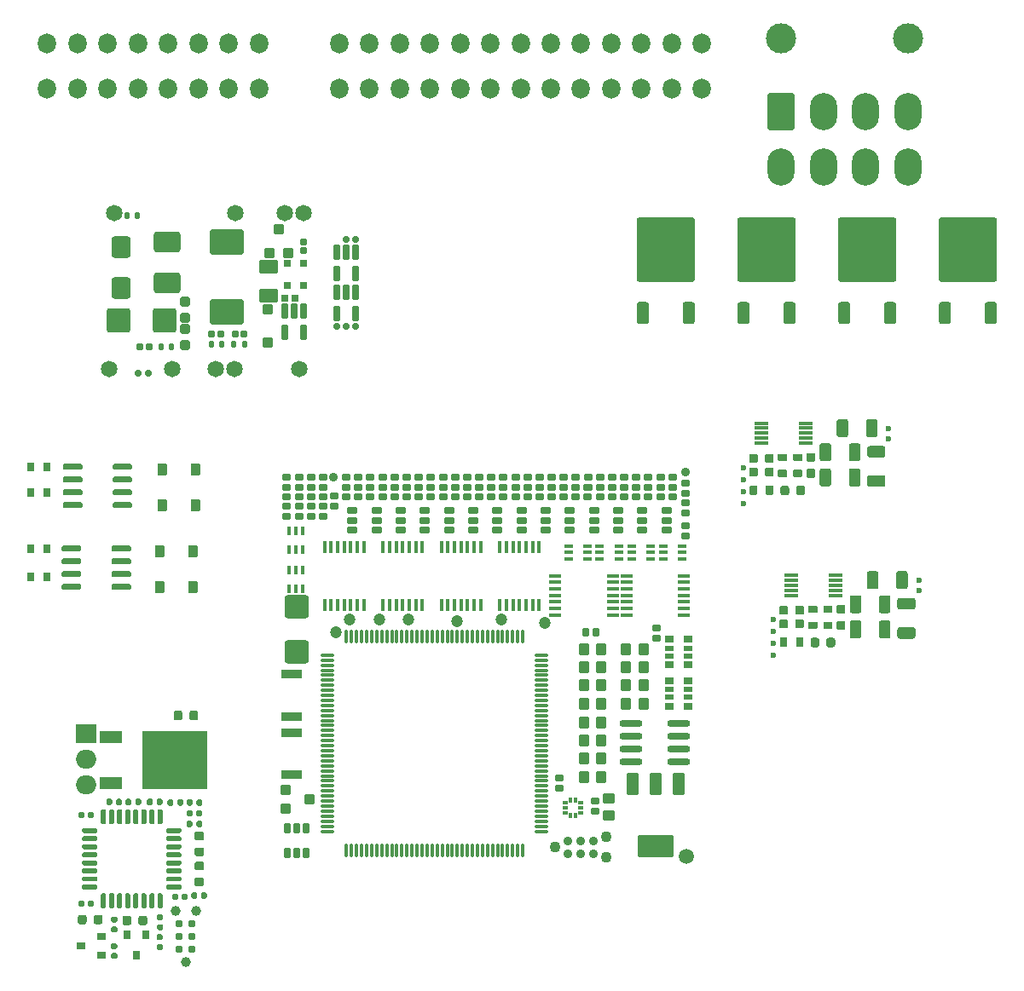
<source format=gts>
G75*
G70*
%OFA0B0*%
%FSLAX25Y25*%
%IPPOS*%
%LPD*%
%AMOC8*
5,1,8,0,0,1.08239X$1,22.5*
%
%AMM164*
21,1,0.039370,0.030320,-0.000000,-0.000000,270.000000*
21,1,0.028350,0.041340,-0.000000,-0.000000,270.000000*
1,1,0.011020,-0.015160,-0.014170*
1,1,0.011020,-0.015160,0.014170*
1,1,0.011020,0.015160,0.014170*
1,1,0.011020,0.015160,-0.014170*
%
%AMM165*
21,1,0.047240,0.075980,-0.000000,-0.000000,180.000000*
21,1,0.034650,0.088580,-0.000000,-0.000000,180.000000*
1,1,0.012600,-0.017320,0.037990*
1,1,0.012600,0.017320,0.037990*
1,1,0.012600,0.017320,-0.037990*
1,1,0.012600,-0.017320,-0.037990*
%
%AMM166*
21,1,0.047240,0.075990,-0.000000,-0.000000,180.000000*
21,1,0.034650,0.088580,-0.000000,-0.000000,180.000000*
1,1,0.012600,-0.017320,0.037990*
1,1,0.012600,0.017320,0.037990*
1,1,0.012600,0.017320,-0.037990*
1,1,0.012600,-0.017320,-0.037990*
%
%AMM167*
21,1,0.141730,0.067720,-0.000000,-0.000000,180.000000*
21,1,0.120870,0.088580,-0.000000,-0.000000,180.000000*
1,1,0.020870,-0.060430,0.033860*
1,1,0.020870,0.060430,0.033860*
1,1,0.020870,0.060430,-0.033860*
1,1,0.020870,-0.060430,-0.033860*
%
%AMM168*
21,1,0.043310,0.035430,-0.000000,-0.000000,180.000000*
21,1,0.031500,0.047240,-0.000000,-0.000000,180.000000*
1,1,0.011810,-0.015750,0.017720*
1,1,0.011810,0.015750,0.017720*
1,1,0.011810,0.015750,-0.017720*
1,1,0.011810,-0.015750,-0.017720*
%
%AMM169*
21,1,0.027560,0.030710,-0.000000,-0.000000,0.000000*
21,1,0.018900,0.039370,-0.000000,-0.000000,0.000000*
1,1,0.008660,0.009450,-0.015350*
1,1,0.008660,-0.009450,-0.015350*
1,1,0.008660,-0.009450,0.015350*
1,1,0.008660,0.009450,0.015350*
%
%AMM170*
21,1,0.031500,0.018900,-0.000000,-0.000000,0.000000*
21,1,0.022840,0.027560,-0.000000,-0.000000,0.000000*
1,1,0.008660,0.011420,-0.009450*
1,1,0.008660,-0.011420,-0.009450*
1,1,0.008660,-0.011420,0.009450*
1,1,0.008660,0.011420,0.009450*
%
%AMM171*
21,1,0.027560,0.030710,-0.000000,-0.000000,90.000000*
21,1,0.018900,0.039370,-0.000000,-0.000000,90.000000*
1,1,0.008660,0.015350,0.009450*
1,1,0.008660,0.015350,-0.009450*
1,1,0.008660,-0.015350,-0.009450*
1,1,0.008660,-0.015350,0.009450*
%
%AMM172*
21,1,0.090550,0.073230,-0.000000,-0.000000,270.000000*
21,1,0.069290,0.094490,-0.000000,-0.000000,270.000000*
1,1,0.021260,-0.036610,-0.034650*
1,1,0.021260,-0.036610,0.034650*
1,1,0.021260,0.036610,0.034650*
1,1,0.021260,0.036610,-0.034650*
%
%AMM173*
21,1,0.029530,0.026380,-0.000000,-0.000000,270.000000*
21,1,0.020470,0.035430,-0.000000,-0.000000,270.000000*
1,1,0.009060,-0.013190,-0.010240*
1,1,0.009060,-0.013190,0.010240*
1,1,0.009060,0.013190,0.010240*
1,1,0.009060,0.013190,-0.010240*
%
%AMM174*
21,1,0.021650,0.027950,-0.000000,-0.000000,270.000000*
21,1,0.014170,0.035430,-0.000000,-0.000000,270.000000*
1,1,0.007480,-0.013980,-0.007090*
1,1,0.007480,-0.013980,0.007090*
1,1,0.007480,0.013980,0.007090*
1,1,0.007480,0.013980,-0.007090*
%
%AMM175*
21,1,0.035430,0.072440,-0.000000,-0.000000,270.000000*
21,1,0.025200,0.082680,-0.000000,-0.000000,270.000000*
1,1,0.010240,-0.036220,-0.012600*
1,1,0.010240,-0.036220,0.012600*
1,1,0.010240,0.036220,0.012600*
1,1,0.010240,0.036220,-0.012600*
%
%AMM176*
21,1,0.016540,0.028980,-0.000000,-0.000000,270.000000*
21,1,0.010080,0.035430,-0.000000,-0.000000,270.000000*
1,1,0.006460,-0.014490,-0.005040*
1,1,0.006460,-0.014490,0.005040*
1,1,0.006460,0.014490,0.005040*
1,1,0.006460,0.014490,-0.005040*
%
%AMM177*
21,1,0.016540,0.028980,-0.000000,-0.000000,0.000000*
21,1,0.010080,0.035430,-0.000000,-0.000000,0.000000*
1,1,0.006460,0.005040,-0.014490*
1,1,0.006460,-0.005040,-0.014490*
1,1,0.006460,-0.005040,0.014490*
1,1,0.006460,0.005040,0.014490*
%
%AMM178*
21,1,0.043310,0.035430,-0.000000,-0.000000,90.000000*
21,1,0.031500,0.047240,-0.000000,-0.000000,90.000000*
1,1,0.011810,0.017720,0.015750*
1,1,0.011810,0.017720,-0.015750*
1,1,0.011810,-0.017720,-0.015750*
1,1,0.011810,-0.017720,0.015750*
%
%AMM179*
21,1,0.031500,0.018900,-0.000000,-0.000000,270.000000*
21,1,0.022840,0.027560,-0.000000,-0.000000,270.000000*
1,1,0.008660,-0.009450,-0.011420*
1,1,0.008660,-0.009450,0.011420*
1,1,0.008660,0.009450,0.011420*
1,1,0.008660,0.009450,-0.011420*
%
%AMM225*
21,1,0.027170,0.052760,0.000000,-0.000000,180.000000*
21,1,0.017320,0.062600,0.000000,-0.000000,180.000000*
1,1,0.009840,-0.008660,0.026380*
1,1,0.009840,0.008660,0.026380*
1,1,0.009840,0.008660,-0.026380*
1,1,0.009840,-0.008660,-0.026380*
%
%AMM231*
21,1,0.025200,0.019680,0.000000,-0.000000,180.000000*
21,1,0.015750,0.029130,0.000000,-0.000000,180.000000*
1,1,0.009450,-0.007870,0.009840*
1,1,0.009450,0.007870,0.009840*
1,1,0.009450,0.007870,-0.009840*
1,1,0.009450,-0.007870,-0.009840*
%
%AMM233*
21,1,0.025200,0.019680,0.000000,-0.000000,270.000000*
21,1,0.015750,0.029130,0.000000,-0.000000,270.000000*
1,1,0.009450,-0.009840,-0.007870*
1,1,0.009450,-0.009840,0.007870*
1,1,0.009450,0.009840,0.007870*
1,1,0.009450,0.009840,-0.007870*
%
%AMM294*
21,1,0.092130,0.073230,0.000000,-0.000000,180.000000*
21,1,0.069290,0.096060,0.000000,-0.000000,180.000000*
1,1,0.022840,-0.034650,0.036610*
1,1,0.022840,0.034650,0.036610*
1,1,0.022840,0.034650,-0.036610*
1,1,0.022840,-0.034650,-0.036610*
%
%AMM295*
21,1,0.100000,0.111020,0.000000,-0.000000,270.000000*
21,1,0.075590,0.135430,0.000000,-0.000000,270.000000*
1,1,0.024410,-0.055510,-0.037800*
1,1,0.024410,-0.055510,0.037800*
1,1,0.024410,0.055510,0.037800*
1,1,0.024410,0.055510,-0.037800*
%
%AMM296*
21,1,0.080320,0.083460,0.000000,-0.000000,270.000000*
21,1,0.059840,0.103940,0.000000,-0.000000,270.000000*
1,1,0.020470,-0.041730,-0.029920*
1,1,0.020470,-0.041730,0.029920*
1,1,0.020470,0.041730,0.029920*
1,1,0.020470,0.041730,-0.029920*
%
%AMM297*
21,1,0.084250,0.053540,0.000000,-0.000000,90.000000*
21,1,0.065350,0.072440,0.000000,-0.000000,90.000000*
1,1,0.018900,0.026770,0.032680*
1,1,0.018900,0.026770,-0.032680*
1,1,0.018900,-0.026770,-0.032680*
1,1,0.018900,-0.026770,0.032680*
%
%AMM298*
21,1,0.040950,0.030320,0.000000,-0.000000,0.000000*
21,1,0.028350,0.042910,0.000000,-0.000000,0.000000*
1,1,0.012600,0.014170,-0.015160*
1,1,0.012600,-0.014170,-0.015160*
1,1,0.012600,-0.014170,0.015160*
1,1,0.012600,0.014170,0.015160*
%
%AMM299*
21,1,0.041340,0.026770,0.000000,-0.000000,270.000000*
21,1,0.029130,0.038980,0.000000,-0.000000,270.000000*
1,1,0.012210,-0.013390,-0.014570*
1,1,0.012210,-0.013390,0.014570*
1,1,0.012210,0.013390,0.014570*
1,1,0.012210,0.013390,-0.014570*
%
%AMM300*
21,1,0.076380,0.036220,0.000000,-0.000000,0.000000*
21,1,0.061810,0.050790,0.000000,-0.000000,0.000000*
1,1,0.014570,0.030910,-0.018110*
1,1,0.014570,-0.030910,-0.018110*
1,1,0.014570,-0.030910,0.018110*
1,1,0.014570,0.030910,0.018110*
%
%AMM301*
21,1,0.038980,0.026770,0.000000,-0.000000,270.000000*
21,1,0.026770,0.038980,0.000000,-0.000000,270.000000*
1,1,0.012210,-0.013390,-0.013390*
1,1,0.012210,-0.013390,0.013390*
1,1,0.012210,0.013390,0.013390*
1,1,0.012210,0.013390,-0.013390*
%
%AMM302*
21,1,0.021260,0.016540,0.000000,-0.000000,180.000000*
21,1,0.012600,0.025200,0.000000,-0.000000,180.000000*
1,1,0.008660,-0.006300,0.008270*
1,1,0.008660,0.006300,0.008270*
1,1,0.008660,0.006300,-0.008270*
1,1,0.008660,-0.006300,-0.008270*
%
%AMM303*
21,1,0.029130,0.018900,0.000000,-0.000000,0.000000*
21,1,0.018900,0.029130,0.000000,-0.000000,0.000000*
1,1,0.010240,0.009450,-0.009450*
1,1,0.010240,-0.009450,-0.009450*
1,1,0.010240,-0.009450,0.009450*
1,1,0.010240,0.009450,0.009450*
%
%ADD10O,0.07087X0.07874*%
%ADD105C,0.03494*%
%ADD109C,0.03543*%
%ADD11C,0.02362*%
%ADD113O,0.01575X0.04724*%
%ADD114O,0.04724X0.01575*%
%ADD116O,0.09055X0.02756*%
%ADD118R,0.01870X0.01772*%
%ADD119R,0.01772X0.01870*%
%ADD122C,0.04294*%
%ADD123C,0.04724*%
%ADD168C,0.02913*%
%ADD177R,0.03543X0.03150*%
%ADD179C,0.05118*%
%ADD181R,0.03150X0.03543*%
%ADD222C,0.06457*%
%ADD25C,0.05906*%
%ADD329M164*%
%ADD330M165*%
%ADD331M166*%
%ADD332M167*%
%ADD333M168*%
%ADD334M169*%
%ADD335M170*%
%ADD336M171*%
%ADD337M172*%
%ADD338M173*%
%ADD339M174*%
%ADD340M175*%
%ADD341M176*%
%ADD342M177*%
%ADD343M178*%
%ADD344M179*%
%ADD36C,0.11811*%
%ADD390M225*%
%ADD396M231*%
%ADD398M233*%
%ADD399R,0.08661X0.04724*%
%ADD400R,0.25197X0.22835*%
%ADD401R,0.07874X0.07500*%
%ADD402O,0.07874X0.07500*%
%ADD44O,0.10630X0.14567*%
%ADD469M294*%
%ADD470M295*%
%ADD471M296*%
%ADD472M297*%
%ADD473M298*%
%ADD474M299*%
%ADD475M300*%
%ADD476M301*%
%ADD477M302*%
%ADD478M303*%
%ADD64R,0.05512X0.01181*%
%ADD91C,0.03100*%
%ADD94C,0.03900*%
%ADD97O,0.01260X0.05512*%
%ADD98O,0.05512X0.01260*%
X0000000Y0000000D02*
%LPD*%
G01*
D10*
X0012945Y0362701D03*
X0024756Y0362701D03*
X0036567Y0362701D03*
X0048378Y0362701D03*
X0060189Y0362701D03*
X0072000Y0362701D03*
X0083811Y0362701D03*
X0095622Y0362701D03*
X0127118Y0362701D03*
X0138929Y0362701D03*
X0150740Y0362701D03*
X0162551Y0362701D03*
X0174362Y0362701D03*
X0186173Y0362701D03*
X0197984Y0362701D03*
X0209795Y0362701D03*
X0221606Y0362701D03*
X0233417Y0362701D03*
X0245228Y0362701D03*
X0257039Y0362701D03*
X0268850Y0362701D03*
X0268850Y0380417D03*
X0257039Y0380417D03*
X0245228Y0380417D03*
X0233417Y0380417D03*
X0221606Y0380417D03*
X0209795Y0380417D03*
X0197984Y0380417D03*
X0186173Y0380417D03*
X0174362Y0380417D03*
X0162551Y0380417D03*
X0150740Y0380417D03*
X0138929Y0380417D03*
X0127118Y0380417D03*
X0095622Y0380417D03*
X0083811Y0380417D03*
X0072000Y0380417D03*
X0060189Y0380417D03*
X0048378Y0380417D03*
X0036567Y0380417D03*
X0024756Y0380417D03*
X0012945Y0380417D03*
G36*
G01*
X0071622Y0183709D02*
X0071622Y0179693D01*
G75*
G02*
X0071268Y0179339I-000354J0000000D01*
G01*
X0068433Y0179339D01*
G75*
G02*
X0068079Y0179693I0000000J0000354D01*
G01*
X0068079Y0183709D01*
G75*
G02*
X0068433Y0184063I0000354J0000000D01*
G01*
X0071268Y0184063D01*
G75*
G02*
X0071622Y0183709I0000000J-000354D01*
G01*
G37*
G36*
G01*
X0058630Y0183709D02*
X0058630Y0179693D01*
G75*
G02*
X0058276Y0179339I-000354J0000000D01*
G01*
X0055441Y0179339D01*
G75*
G02*
X0055087Y0179693I0000000J0000354D01*
G01*
X0055087Y0183709D01*
G75*
G02*
X0055441Y0184063I0000354J0000000D01*
G01*
X0058276Y0184063D01*
G75*
G02*
X0058630Y0183709I0000000J-000354D01*
G01*
G37*
G36*
G01*
X0019012Y0214110D02*
X0019012Y0215291D01*
G75*
G02*
X0019602Y0215882I0000591J0000000D01*
G01*
X0026098Y0215882D01*
G75*
G02*
X0026689Y0215291I0000000J-000591D01*
G01*
X0026689Y0214110D01*
G75*
G02*
X0026098Y0213520I-000591J0000000D01*
G01*
X0019602Y0213520D01*
G75*
G02*
X0019012Y0214110I0000000J0000591D01*
G01*
G37*
G36*
G01*
X0019012Y0209110D02*
X0019012Y0210291D01*
G75*
G02*
X0019602Y0210882I0000591J0000000D01*
G01*
X0026098Y0210882D01*
G75*
G02*
X0026689Y0210291I0000000J-000591D01*
G01*
X0026689Y0209110D01*
G75*
G02*
X0026098Y0208520I-000591J0000000D01*
G01*
X0019602Y0208520D01*
G75*
G02*
X0019012Y0209110I0000000J0000591D01*
G01*
G37*
G36*
G01*
X0019012Y0204110D02*
X0019012Y0205291D01*
G75*
G02*
X0019602Y0205882I0000591J0000000D01*
G01*
X0026098Y0205882D01*
G75*
G02*
X0026689Y0205291I0000000J-000591D01*
G01*
X0026689Y0204110D01*
G75*
G02*
X0026098Y0203520I-000591J0000000D01*
G01*
X0019602Y0203520D01*
G75*
G02*
X0019012Y0204110I0000000J0000591D01*
G01*
G37*
G36*
G01*
X0019012Y0199110D02*
X0019012Y0200291D01*
G75*
G02*
X0019602Y0200882I0000591J0000000D01*
G01*
X0026098Y0200882D01*
G75*
G02*
X0026689Y0200291I0000000J-000591D01*
G01*
X0026689Y0199110D01*
G75*
G02*
X0026098Y0198520I-000591J0000000D01*
G01*
X0019602Y0198520D01*
G75*
G02*
X0019012Y0199110I0000000J0000591D01*
G01*
G37*
G36*
G01*
X0038500Y0199110D02*
X0038500Y0200291D01*
G75*
G02*
X0039091Y0200882I0000591J0000000D01*
G01*
X0045587Y0200882D01*
G75*
G02*
X0046177Y0200291I0000000J-000591D01*
G01*
X0046177Y0199110D01*
G75*
G02*
X0045587Y0198520I-000591J0000000D01*
G01*
X0039091Y0198520D01*
G75*
G02*
X0038500Y0199110I0000000J0000591D01*
G01*
G37*
G36*
G01*
X0038500Y0204110D02*
X0038500Y0205291D01*
G75*
G02*
X0039091Y0205882I0000591J0000000D01*
G01*
X0045587Y0205882D01*
G75*
G02*
X0046177Y0205291I0000000J-000591D01*
G01*
X0046177Y0204110D01*
G75*
G02*
X0045587Y0203520I-000591J0000000D01*
G01*
X0039091Y0203520D01*
G75*
G02*
X0038500Y0204110I0000000J0000591D01*
G01*
G37*
G36*
G01*
X0038500Y0209110D02*
X0038500Y0210291D01*
G75*
G02*
X0039091Y0210882I0000591J0000000D01*
G01*
X0045587Y0210882D01*
G75*
G02*
X0046177Y0210291I0000000J-000591D01*
G01*
X0046177Y0209110D01*
G75*
G02*
X0045587Y0208520I-000591J0000000D01*
G01*
X0039091Y0208520D01*
G75*
G02*
X0038500Y0209110I0000000J0000591D01*
G01*
G37*
G36*
G01*
X0038500Y0214110D02*
X0038500Y0215291D01*
G75*
G02*
X0039091Y0215882I0000591J0000000D01*
G01*
X0045587Y0215882D01*
G75*
G02*
X0046177Y0215291I0000000J-000591D01*
G01*
X0046177Y0214110D01*
G75*
G02*
X0045587Y0213520I-000591J0000000D01*
G01*
X0039091Y0213520D01*
G75*
G02*
X0038500Y0214110I0000000J0000591D01*
G01*
G37*
D11*
X0133488Y0269575D03*
X0129748Y0269575D03*
X0126008Y0269575D03*
X0129945Y0303827D03*
X0133488Y0303827D03*
G36*
G01*
X0325882Y0270567D02*
X0323126Y0270567D01*
G75*
G02*
X0322142Y0271551I0000000J0000984D01*
G01*
X0322142Y0278244D01*
G75*
G02*
X0323126Y0279228I0000984J0000000D01*
G01*
X0325882Y0279228D01*
G75*
G02*
X0326866Y0278244I0000000J-000984D01*
G01*
X0326866Y0271551D01*
G75*
G02*
X0325882Y0270567I-000984J0000000D01*
G01*
G37*
G36*
G01*
X0343913Y0287102D02*
X0323047Y0287102D01*
G75*
G02*
X0322063Y0288087I0000000J0000984D01*
G01*
X0322063Y0311315D01*
G75*
G02*
X0323047Y0312299I0000984J0000000D01*
G01*
X0343913Y0312299D01*
G75*
G02*
X0344898Y0311315I0000000J-000984D01*
G01*
X0344898Y0288087D01*
G75*
G02*
X0343913Y0287102I-000984J0000000D01*
G01*
G37*
G36*
G01*
X0343835Y0270567D02*
X0341079Y0270567D01*
G75*
G02*
X0340094Y0271551I0000000J0000984D01*
G01*
X0340094Y0278244D01*
G75*
G02*
X0341079Y0279228I0000984J0000000D01*
G01*
X0343835Y0279228D01*
G75*
G02*
X0344819Y0278244I0000000J-000984D01*
G01*
X0344819Y0271551D01*
G75*
G02*
X0343835Y0270567I-000984J0000000D01*
G01*
G37*
G36*
G01*
X0005173Y0203165D02*
X0005173Y0206236D01*
G75*
G02*
X0005449Y0206512I0000276J0000000D01*
G01*
X0007654Y0206512D01*
G75*
G02*
X0007929Y0206236I0000000J-000276D01*
G01*
X0007929Y0203165D01*
G75*
G02*
X0007654Y0202890I-000276J0000000D01*
G01*
X0005449Y0202890D01*
G75*
G02*
X0005173Y0203165I0000000J0000276D01*
G01*
G37*
G36*
G01*
X0011472Y0203165D02*
X0011472Y0206236D01*
G75*
G02*
X0011748Y0206512I0000276J0000000D01*
G01*
X0013953Y0206512D01*
G75*
G02*
X0014228Y0206236I0000000J-000276D01*
G01*
X0014228Y0203165D01*
G75*
G02*
X0013953Y0202890I-000276J0000000D01*
G01*
X0011748Y0202890D01*
G75*
G02*
X0011472Y0203165I0000000J0000276D01*
G01*
G37*
G36*
G01*
X0071622Y0169709D02*
X0071622Y0165693D01*
G75*
G02*
X0071268Y0165339I-000354J0000000D01*
G01*
X0068433Y0165339D01*
G75*
G02*
X0068079Y0165693I0000000J0000354D01*
G01*
X0068079Y0169709D01*
G75*
G02*
X0068433Y0170063I0000354J0000000D01*
G01*
X0071268Y0170063D01*
G75*
G02*
X0071622Y0169709I0000000J-000354D01*
G01*
G37*
G36*
G01*
X0058630Y0169709D02*
X0058630Y0165693D01*
G75*
G02*
X0058276Y0165339I-000354J0000000D01*
G01*
X0055441Y0165339D01*
G75*
G02*
X0055087Y0165693I0000000J0000354D01*
G01*
X0055087Y0169709D01*
G75*
G02*
X0055441Y0170063I0000354J0000000D01*
G01*
X0058276Y0170063D01*
G75*
G02*
X0058630Y0169709I0000000J-000354D01*
G01*
G37*
G36*
G01*
X0005173Y0181165D02*
X0005173Y0184236D01*
G75*
G02*
X0005449Y0184512I0000276J0000000D01*
G01*
X0007654Y0184512D01*
G75*
G02*
X0007929Y0184236I0000000J-000276D01*
G01*
X0007929Y0181165D01*
G75*
G02*
X0007654Y0180890I-000276J0000000D01*
G01*
X0005449Y0180890D01*
G75*
G02*
X0005173Y0181165I0000000J0000276D01*
G01*
G37*
G36*
G01*
X0011472Y0181165D02*
X0011472Y0184236D01*
G75*
G02*
X0011748Y0184512I0000276J0000000D01*
G01*
X0013953Y0184512D01*
G75*
G02*
X0014228Y0184236I0000000J-000276D01*
G01*
X0014228Y0181165D01*
G75*
G02*
X0013953Y0180890I-000276J0000000D01*
G01*
X0011748Y0180890D01*
G75*
G02*
X0011472Y0181165I0000000J0000276D01*
G01*
G37*
G36*
G01*
X0286512Y0270567D02*
X0283756Y0270567D01*
G75*
G02*
X0282772Y0271551I0000000J0000984D01*
G01*
X0282772Y0278244D01*
G75*
G02*
X0283756Y0279228I0000984J0000000D01*
G01*
X0286512Y0279228D01*
G75*
G02*
X0287496Y0278244I0000000J-000984D01*
G01*
X0287496Y0271551D01*
G75*
G02*
X0286512Y0270567I-000984J0000000D01*
G01*
G37*
G36*
G01*
X0304543Y0287102D02*
X0283677Y0287102D01*
G75*
G02*
X0282693Y0288087I0000000J0000984D01*
G01*
X0282693Y0311315D01*
G75*
G02*
X0283677Y0312299I0000984J0000000D01*
G01*
X0304543Y0312299D01*
G75*
G02*
X0305528Y0311315I0000000J-000984D01*
G01*
X0305528Y0288087D01*
G75*
G02*
X0304543Y0287102I-000984J0000000D01*
G01*
G37*
G36*
G01*
X0304465Y0270567D02*
X0301709Y0270567D01*
G75*
G02*
X0300724Y0271551I0000000J0000984D01*
G01*
X0300724Y0278244D01*
G75*
G02*
X0301709Y0279228I0000984J0000000D01*
G01*
X0304465Y0279228D01*
G75*
G02*
X0305449Y0278244I0000000J-000984D01*
G01*
X0305449Y0271551D01*
G75*
G02*
X0304465Y0270567I-000984J0000000D01*
G01*
G37*
G36*
G01*
X0005173Y0170165D02*
X0005173Y0173236D01*
G75*
G02*
X0005449Y0173512I0000276J0000000D01*
G01*
X0007654Y0173512D01*
G75*
G02*
X0007929Y0173236I0000000J-000276D01*
G01*
X0007929Y0170165D01*
G75*
G02*
X0007654Y0169890I-000276J0000000D01*
G01*
X0005449Y0169890D01*
G75*
G02*
X0005173Y0170165I0000000J0000276D01*
G01*
G37*
G36*
G01*
X0011472Y0170165D02*
X0011472Y0173236D01*
G75*
G02*
X0011748Y0173512I0000276J0000000D01*
G01*
X0013953Y0173512D01*
G75*
G02*
X0014228Y0173236I0000000J-000276D01*
G01*
X0014228Y0170165D01*
G75*
G02*
X0013953Y0169890I-000276J0000000D01*
G01*
X0011748Y0169890D01*
G75*
G02*
X0011472Y0170165I0000000J0000276D01*
G01*
G37*
G36*
G01*
X0005173Y0213165D02*
X0005173Y0216236D01*
G75*
G02*
X0005449Y0216512I0000276J0000000D01*
G01*
X0007654Y0216512D01*
G75*
G02*
X0007929Y0216236I0000000J-000276D01*
G01*
X0007929Y0213165D01*
G75*
G02*
X0007654Y0212890I-000276J0000000D01*
G01*
X0005449Y0212890D01*
G75*
G02*
X0005173Y0213165I0000000J0000276D01*
G01*
G37*
G36*
G01*
X0011472Y0213165D02*
X0011472Y0216236D01*
G75*
G02*
X0011748Y0216512I0000276J0000000D01*
G01*
X0013953Y0216512D01*
G75*
G02*
X0014228Y0216236I0000000J-000276D01*
G01*
X0014228Y0213165D01*
G75*
G02*
X0013953Y0212890I-000276J0000000D01*
G01*
X0011748Y0212890D01*
G75*
G02*
X0011472Y0213165I0000000J0000276D01*
G01*
G37*
G36*
G01*
X0365252Y0270567D02*
X0362496Y0270567D01*
G75*
G02*
X0361512Y0271551I0000000J0000984D01*
G01*
X0361512Y0278244D01*
G75*
G02*
X0362496Y0279228I0000984J0000000D01*
G01*
X0365252Y0279228D01*
G75*
G02*
X0366236Y0278244I0000000J-000984D01*
G01*
X0366236Y0271551D01*
G75*
G02*
X0365252Y0270567I-000984J0000000D01*
G01*
G37*
G36*
G01*
X0383283Y0287102D02*
X0362417Y0287102D01*
G75*
G02*
X0361433Y0288087I0000000J0000984D01*
G01*
X0361433Y0311315D01*
G75*
G02*
X0362417Y0312299I0000984J0000000D01*
G01*
X0383283Y0312299D01*
G75*
G02*
X0384268Y0311315I0000000J-000984D01*
G01*
X0384268Y0288087D01*
G75*
G02*
X0383283Y0287102I-000984J0000000D01*
G01*
G37*
G36*
G01*
X0383205Y0270567D02*
X0380449Y0270567D01*
G75*
G02*
X0379465Y0271551I0000000J0000984D01*
G01*
X0379465Y0278244D01*
G75*
G02*
X0380449Y0279228I0000984J0000000D01*
G01*
X0383205Y0279228D01*
G75*
G02*
X0384189Y0278244I0000000J-000984D01*
G01*
X0384189Y0271551D01*
G75*
G02*
X0383205Y0270567I-000984J0000000D01*
G01*
G37*
D25*
X0111425Y0253118D03*
X0086228Y0253118D03*
X0078748Y0253118D03*
X0061819Y0253118D03*
D11*
X0052370Y0251346D03*
X0048433Y0251346D03*
D25*
X0037213Y0253118D03*
X0113197Y0314142D03*
X0105913Y0314142D03*
X0086425Y0314142D03*
X0038984Y0314142D03*
G36*
G01*
X0018524Y0182110D02*
X0018524Y0183291D01*
G75*
G02*
X0019114Y0183882I0000591J0000000D01*
G01*
X0025610Y0183882D01*
G75*
G02*
X0026201Y0183291I0000000J-000591D01*
G01*
X0026201Y0182110D01*
G75*
G02*
X0025610Y0181520I-000591J0000000D01*
G01*
X0019114Y0181520D01*
G75*
G02*
X0018524Y0182110I0000000J0000591D01*
G01*
G37*
G36*
G01*
X0018524Y0177110D02*
X0018524Y0178291D01*
G75*
G02*
X0019114Y0178882I0000591J0000000D01*
G01*
X0025610Y0178882D01*
G75*
G02*
X0026201Y0178291I0000000J-000591D01*
G01*
X0026201Y0177110D01*
G75*
G02*
X0025610Y0176520I-000591J0000000D01*
G01*
X0019114Y0176520D01*
G75*
G02*
X0018524Y0177110I0000000J0000591D01*
G01*
G37*
G36*
G01*
X0018524Y0172110D02*
X0018524Y0173291D01*
G75*
G02*
X0019114Y0173882I0000591J0000000D01*
G01*
X0025610Y0173882D01*
G75*
G02*
X0026201Y0173291I0000000J-000591D01*
G01*
X0026201Y0172110D01*
G75*
G02*
X0025610Y0171520I-000591J0000000D01*
G01*
X0019114Y0171520D01*
G75*
G02*
X0018524Y0172110I0000000J0000591D01*
G01*
G37*
G36*
G01*
X0018524Y0167110D02*
X0018524Y0168291D01*
G75*
G02*
X0019114Y0168882I0000591J0000000D01*
G01*
X0025610Y0168882D01*
G75*
G02*
X0026201Y0168291I0000000J-000591D01*
G01*
X0026201Y0167110D01*
G75*
G02*
X0025610Y0166520I-000591J0000000D01*
G01*
X0019114Y0166520D01*
G75*
G02*
X0018524Y0167110I0000000J0000591D01*
G01*
G37*
G36*
G01*
X0038012Y0167110D02*
X0038012Y0168291D01*
G75*
G02*
X0038602Y0168882I0000591J0000000D01*
G01*
X0045098Y0168882D01*
G75*
G02*
X0045689Y0168291I0000000J-000591D01*
G01*
X0045689Y0167110D01*
G75*
G02*
X0045098Y0166520I-000591J0000000D01*
G01*
X0038602Y0166520D01*
G75*
G02*
X0038012Y0167110I0000000J0000591D01*
G01*
G37*
G36*
G01*
X0038012Y0172110D02*
X0038012Y0173291D01*
G75*
G02*
X0038602Y0173882I0000591J0000000D01*
G01*
X0045098Y0173882D01*
G75*
G02*
X0045689Y0173291I0000000J-000591D01*
G01*
X0045689Y0172110D01*
G75*
G02*
X0045098Y0171520I-000591J0000000D01*
G01*
X0038602Y0171520D01*
G75*
G02*
X0038012Y0172110I0000000J0000591D01*
G01*
G37*
G36*
G01*
X0038012Y0177110D02*
X0038012Y0178291D01*
G75*
G02*
X0038602Y0178882I0000591J0000000D01*
G01*
X0045098Y0178882D01*
G75*
G02*
X0045689Y0178291I0000000J-000591D01*
G01*
X0045689Y0177110D01*
G75*
G02*
X0045098Y0176520I-000591J0000000D01*
G01*
X0038602Y0176520D01*
G75*
G02*
X0038012Y0177110I0000000J0000591D01*
G01*
G37*
G36*
G01*
X0038012Y0182110D02*
X0038012Y0183291D01*
G75*
G02*
X0038602Y0183882I0000591J0000000D01*
G01*
X0045098Y0183882D01*
G75*
G02*
X0045689Y0183291I0000000J-000591D01*
G01*
X0045689Y0182110D01*
G75*
G02*
X0045098Y0181520I-000591J0000000D01*
G01*
X0038602Y0181520D01*
G75*
G02*
X0038012Y0182110I0000000J0000591D01*
G01*
G37*
D36*
X0299780Y0382441D03*
X0349386Y0382441D03*
G36*
G01*
X0294465Y0347402D02*
X0294465Y0360000D01*
G75*
G02*
X0295449Y0360984I0000984J0000000D01*
G01*
X0304110Y0360984D01*
G75*
G02*
X0305094Y0360000I0000000J-000984D01*
G01*
X0305094Y0347402D01*
G75*
G02*
X0304110Y0346417I-000984J0000000D01*
G01*
X0295449Y0346417D01*
G75*
G02*
X0294465Y0347402I0000000J0000984D01*
G01*
G37*
D44*
X0316315Y0353701D03*
X0332850Y0353701D03*
X0349386Y0353701D03*
X0299780Y0332047D03*
X0316315Y0332047D03*
X0332850Y0332047D03*
X0349386Y0332047D03*
G36*
G01*
X0072622Y0215709D02*
X0072622Y0211693D01*
G75*
G02*
X0072268Y0211339I-000354J0000000D01*
G01*
X0069433Y0211339D01*
G75*
G02*
X0069079Y0211693I0000000J0000354D01*
G01*
X0069079Y0215709D01*
G75*
G02*
X0069433Y0216063I0000354J0000000D01*
G01*
X0072268Y0216063D01*
G75*
G02*
X0072622Y0215709I0000000J-000354D01*
G01*
G37*
G36*
G01*
X0059630Y0215709D02*
X0059630Y0211693D01*
G75*
G02*
X0059276Y0211339I-000354J0000000D01*
G01*
X0056441Y0211339D01*
G75*
G02*
X0056087Y0211693I0000000J0000354D01*
G01*
X0056087Y0215709D01*
G75*
G02*
X0056441Y0216063I0000354J0000000D01*
G01*
X0059276Y0216063D01*
G75*
G02*
X0059630Y0215709I0000000J-000354D01*
G01*
G37*
D11*
X0296850Y0150335D03*
X0296850Y0155059D03*
X0296850Y0145610D03*
X0296850Y0140886D03*
X0353642Y0166319D03*
X0353642Y0170256D03*
G36*
G01*
X0072622Y0201709D02*
X0072622Y0197693D01*
G75*
G02*
X0072268Y0197339I-000354J0000000D01*
G01*
X0069433Y0197339D01*
G75*
G02*
X0069079Y0197693I0000000J0000354D01*
G01*
X0069079Y0201709D01*
G75*
G02*
X0069433Y0202063I0000354J0000000D01*
G01*
X0072268Y0202063D01*
G75*
G02*
X0072622Y0201709I0000000J-000354D01*
G01*
G37*
G36*
G01*
X0059630Y0201709D02*
X0059630Y0197693D01*
G75*
G02*
X0059276Y0197339I-000354J0000000D01*
G01*
X0056441Y0197339D01*
G75*
G02*
X0056087Y0197693I0000000J0000354D01*
G01*
X0056087Y0201709D01*
G75*
G02*
X0056441Y0202063I0000354J0000000D01*
G01*
X0059276Y0202063D01*
G75*
G02*
X0059630Y0201709I0000000J-000354D01*
G01*
G37*
X0285059Y0209780D03*
X0285059Y0214504D03*
X0285059Y0205055D03*
X0285059Y0200331D03*
X0341850Y0225764D03*
X0341850Y0229701D03*
G36*
G01*
X0247142Y0270567D02*
X0244386Y0270567D01*
G75*
G02*
X0243402Y0271551I0000000J0000984D01*
G01*
X0243402Y0278244D01*
G75*
G02*
X0244386Y0279228I0000984J0000000D01*
G01*
X0247142Y0279228D01*
G75*
G02*
X0248126Y0278244I0000000J-000984D01*
G01*
X0248126Y0271551D01*
G75*
G02*
X0247142Y0270567I-000984J0000000D01*
G01*
G37*
G36*
G01*
X0265173Y0287102D02*
X0244307Y0287102D01*
G75*
G02*
X0243323Y0288087I0000000J0000984D01*
G01*
X0243323Y0311315D01*
G75*
G02*
X0244307Y0312299I0000984J0000000D01*
G01*
X0265173Y0312299D01*
G75*
G02*
X0266157Y0311315I0000000J-000984D01*
G01*
X0266157Y0288087D01*
G75*
G02*
X0265173Y0287102I-000984J0000000D01*
G01*
G37*
G36*
G01*
X0265094Y0270567D02*
X0262339Y0270567D01*
G75*
G02*
X0261354Y0271551I0000000J0000984D01*
G01*
X0261354Y0278244D01*
G75*
G02*
X0262339Y0279228I0000984J0000000D01*
G01*
X0265094Y0279228D01*
G75*
G02*
X0266079Y0278244I0000000J-000984D01*
G01*
X0266079Y0271551D01*
G75*
G02*
X0265094Y0270567I-000984J0000000D01*
G01*
G37*
X0343327Y0236945D02*
%LPD*%
G01*
D11*
X0285059Y0209780D03*
X0285059Y0214504D03*
X0285059Y0205055D03*
X0285059Y0200331D03*
X0341851Y0225764D03*
X0341851Y0229701D03*
D64*
X0309469Y0223953D03*
X0309469Y0225921D03*
X0309469Y0227890D03*
X0309469Y0229858D03*
X0309469Y0231827D03*
X0292146Y0231827D03*
X0292146Y0229858D03*
X0292146Y0227890D03*
X0292146Y0225921D03*
X0292146Y0223953D03*
G36*
G01*
X0301949Y0210764D02*
X0298878Y0210764D01*
G75*
G02*
X0298603Y0211039I0000000J0000276D01*
G01*
X0298603Y0213244D01*
G75*
G02*
X0298878Y0213520I0000276J0000000D01*
G01*
X0301949Y0213520D01*
G75*
G02*
X0302225Y0213244I0000000J-000276D01*
G01*
X0302225Y0211039D01*
G75*
G02*
X0301949Y0210764I-000276J0000000D01*
G01*
G37*
G36*
G01*
X0301949Y0217063D02*
X0298878Y0217063D01*
G75*
G02*
X0298603Y0217339I0000000J0000276D01*
G01*
X0298603Y0219543D01*
G75*
G02*
X0298878Y0219819I0000276J0000000D01*
G01*
X0301949Y0219819D01*
G75*
G02*
X0302225Y0219543I0000000J-000276D01*
G01*
X0302225Y0217339D01*
G75*
G02*
X0301949Y0217063I-000276J0000000D01*
G01*
G37*
G36*
G01*
X0287618Y0204110D02*
X0287618Y0207181D01*
G75*
G02*
X0287894Y0207457I0000276J0000000D01*
G01*
X0290099Y0207457D01*
G75*
G02*
X0290374Y0207181I0000000J-000276D01*
G01*
X0290374Y0204110D01*
G75*
G02*
X0290099Y0203835I-000276J0000000D01*
G01*
X0287894Y0203835D01*
G75*
G02*
X0287618Y0204110I0000000J0000276D01*
G01*
G37*
G36*
G01*
X0293918Y0204110D02*
X0293918Y0207181D01*
G75*
G02*
X0294193Y0207457I0000276J0000000D01*
G01*
X0296398Y0207457D01*
G75*
G02*
X0296673Y0207181I0000000J-000276D01*
G01*
X0296673Y0204110D01*
G75*
G02*
X0296398Y0203835I-000276J0000000D01*
G01*
X0294193Y0203835D01*
G75*
G02*
X0293918Y0204110I0000000J0000276D01*
G01*
G37*
G36*
G01*
X0307855Y0210764D02*
X0304784Y0210764D01*
G75*
G02*
X0304508Y0211039I0000000J0000276D01*
G01*
X0304508Y0213244D01*
G75*
G02*
X0304784Y0213520I0000276J0000000D01*
G01*
X0307855Y0213520D01*
G75*
G02*
X0308130Y0213244I0000000J-000276D01*
G01*
X0308130Y0211039D01*
G75*
G02*
X0307855Y0210764I-000276J0000000D01*
G01*
G37*
G36*
G01*
X0307855Y0217063D02*
X0304784Y0217063D01*
G75*
G02*
X0304508Y0217339I0000000J0000276D01*
G01*
X0304508Y0219543D01*
G75*
G02*
X0304784Y0219819I0000276J0000000D01*
G01*
X0307855Y0219819D01*
G75*
G02*
X0308130Y0219543I0000000J-000276D01*
G01*
X0308130Y0217339D01*
G75*
G02*
X0307855Y0217063I-000276J0000000D01*
G01*
G37*
G36*
G01*
X0318504Y0207024D02*
X0315788Y0207024D01*
G75*
G02*
X0314882Y0207929I0000000J0000906D01*
G01*
X0314882Y0213205D01*
G75*
G02*
X0315788Y0214110I0000906J0000000D01*
G01*
X0318504Y0214110D01*
G75*
G02*
X0319410Y0213205I0000000J-000906D01*
G01*
X0319410Y0207929D01*
G75*
G02*
X0318504Y0207024I-000906J0000000D01*
G01*
G37*
G36*
G01*
X0329922Y0207024D02*
X0327205Y0207024D01*
G75*
G02*
X0326299Y0207929I0000000J0000906D01*
G01*
X0326299Y0213205D01*
G75*
G02*
X0327205Y0214110I0000906J0000000D01*
G01*
X0329922Y0214110D01*
G75*
G02*
X0330827Y0213205I0000000J-000906D01*
G01*
X0330827Y0207929D01*
G75*
G02*
X0329922Y0207024I-000906J0000000D01*
G01*
G37*
G36*
G01*
X0318504Y0216866D02*
X0315788Y0216866D01*
G75*
G02*
X0314882Y0217772I0000000J0000906D01*
G01*
X0314882Y0223047D01*
G75*
G02*
X0315788Y0223953I0000906J0000000D01*
G01*
X0318504Y0223953D01*
G75*
G02*
X0319410Y0223047I0000000J-000906D01*
G01*
X0319410Y0217772D01*
G75*
G02*
X0318504Y0216866I-000906J0000000D01*
G01*
G37*
G36*
G01*
X0329922Y0216866D02*
X0327205Y0216866D01*
G75*
G02*
X0326299Y0217772I0000000J0000906D01*
G01*
X0326299Y0223047D01*
G75*
G02*
X0327205Y0223953I0000906J0000000D01*
G01*
X0329922Y0223953D01*
G75*
G02*
X0330827Y0223047I0000000J-000906D01*
G01*
X0330827Y0217772D01*
G75*
G02*
X0329922Y0216866I-000906J0000000D01*
G01*
G37*
G36*
G01*
X0340571Y0210547D02*
X0340571Y0207831D01*
G75*
G02*
X0339666Y0206925I-000906J0000000D01*
G01*
X0334390Y0206925D01*
G75*
G02*
X0333484Y0207831I0000000J0000906D01*
G01*
X0333484Y0210547D01*
G75*
G02*
X0334390Y0211453I0000906J0000000D01*
G01*
X0339666Y0211453D01*
G75*
G02*
X0340571Y0210547I0000000J-000906D01*
G01*
G37*
G36*
G01*
X0340571Y0221965D02*
X0340571Y0219248D01*
G75*
G02*
X0339666Y0218343I-000906J0000000D01*
G01*
X0334390Y0218343D01*
G75*
G02*
X0333484Y0219248I0000000J0000906D01*
G01*
X0333484Y0221965D01*
G75*
G02*
X0334390Y0222870I0000906J0000000D01*
G01*
X0339666Y0222870D01*
G75*
G02*
X0340571Y0221965I0000000J-000906D01*
G01*
G37*
G36*
G01*
X0325197Y0226315D02*
X0322481Y0226315D01*
G75*
G02*
X0321575Y0227221I0000000J0000906D01*
G01*
X0321575Y0232496D01*
G75*
G02*
X0322481Y0233402I0000906J0000000D01*
G01*
X0325197Y0233402D01*
G75*
G02*
X0326103Y0232496I0000000J-000906D01*
G01*
X0326103Y0227221D01*
G75*
G02*
X0325197Y0226315I-000906J0000000D01*
G01*
G37*
G36*
G01*
X0336614Y0226315D02*
X0333898Y0226315D01*
G75*
G02*
X0332992Y0227221I0000000J0000906D01*
G01*
X0332992Y0232496D01*
G75*
G02*
X0333898Y0233402I0000906J0000000D01*
G01*
X0336614Y0233402D01*
G75*
G02*
X0337520Y0232496I0000000J-000906D01*
G01*
X0337520Y0227221D01*
G75*
G02*
X0336614Y0226315I-000906J0000000D01*
G01*
G37*
G36*
G01*
X0299528Y0204440D02*
X0299528Y0206458D01*
G75*
G02*
X0300389Y0207319I0000861J0000000D01*
G01*
X0302111Y0207319D01*
G75*
G02*
X0302973Y0206458I0000000J-000861D01*
G01*
X0302973Y0204440D01*
G75*
G02*
X0302111Y0203579I-000861J0000000D01*
G01*
X0300389Y0203579D01*
G75*
G02*
X0299528Y0204440I0000000J0000861D01*
G01*
G37*
G36*
G01*
X0305729Y0204440D02*
X0305729Y0206458D01*
G75*
G02*
X0306590Y0207319I0000861J0000000D01*
G01*
X0308312Y0207319D01*
G75*
G02*
X0309173Y0206458I0000000J-000861D01*
G01*
X0309173Y0204440D01*
G75*
G02*
X0308312Y0203579I-000861J0000000D01*
G01*
X0306590Y0203579D01*
G75*
G02*
X0305729Y0204440I0000000J0000861D01*
G01*
G37*
G36*
G01*
X0293583Y0211402D02*
X0293583Y0214079D01*
G75*
G02*
X0293918Y0214414I0000335J0000000D01*
G01*
X0296595Y0214414D01*
G75*
G02*
X0296929Y0214079I0000000J-000335D01*
G01*
X0296929Y0211402D01*
G75*
G02*
X0296595Y0211067I-000335J0000000D01*
G01*
X0293918Y0211067D01*
G75*
G02*
X0293583Y0211402I0000000J0000335D01*
G01*
G37*
G36*
G01*
X0287362Y0211402D02*
X0287362Y0214079D01*
G75*
G02*
X0287697Y0214414I0000335J0000000D01*
G01*
X0290374Y0214414D01*
G75*
G02*
X0290709Y0214079I0000000J-000335D01*
G01*
X0290709Y0211402D01*
G75*
G02*
X0290374Y0211067I-000335J0000000D01*
G01*
X0287697Y0211067D01*
G75*
G02*
X0287362Y0211402I0000000J0000335D01*
G01*
G37*
G36*
G01*
X0287362Y0216709D02*
X0287362Y0219386D01*
G75*
G02*
X0287697Y0219721I0000335J0000000D01*
G01*
X0290374Y0219721D01*
G75*
G02*
X0290709Y0219386I0000000J-000335D01*
G01*
X0290709Y0216709D01*
G75*
G02*
X0290374Y0216374I-000335J0000000D01*
G01*
X0287697Y0216374D01*
G75*
G02*
X0287362Y0216709I0000000J0000335D01*
G01*
G37*
G36*
G01*
X0293583Y0216709D02*
X0293583Y0219386D01*
G75*
G02*
X0293918Y0219721I0000335J0000000D01*
G01*
X0296595Y0219721D01*
G75*
G02*
X0296929Y0219386I0000000J-000335D01*
G01*
X0296929Y0216709D01*
G75*
G02*
X0296595Y0216374I-000335J0000000D01*
G01*
X0293918Y0216374D01*
G75*
G02*
X0293583Y0216709I0000000J0000335D01*
G01*
G37*
G36*
G01*
X0312776Y0210508D02*
X0310099Y0210508D01*
G75*
G02*
X0309764Y0210843I0000000J0000335D01*
G01*
X0309764Y0213520D01*
G75*
G02*
X0310099Y0213854I0000335J0000000D01*
G01*
X0312776Y0213854D01*
G75*
G02*
X0313110Y0213520I0000000J-000335D01*
G01*
X0313110Y0210843D01*
G75*
G02*
X0312776Y0210508I-000335J0000000D01*
G01*
G37*
G36*
G01*
X0312776Y0216728D02*
X0310099Y0216728D01*
G75*
G02*
X0309764Y0217063I0000000J0000335D01*
G01*
X0309764Y0219740D01*
G75*
G02*
X0310099Y0220075I0000335J0000000D01*
G01*
X0312776Y0220075D01*
G75*
G02*
X0313110Y0219740I0000000J-000335D01*
G01*
X0313110Y0217063D01*
G75*
G02*
X0312776Y0216728I-000335J0000000D01*
G01*
G37*
X0267228Y0215882D02*
G01*
G75*
D97*
X0198823Y0064799D02*
D03*
X0196854Y0064799D02*
D03*
X0194886Y0064799D02*
D03*
X0192917Y0064799D02*
D03*
X0190949Y0064799D02*
D03*
X0188980Y0064799D02*
D03*
X0187012Y0064799D02*
D03*
X0185043Y0064799D02*
D03*
X0183075Y0064799D02*
D03*
X0181106Y0064799D02*
D03*
X0179138Y0064799D02*
D03*
X0177169Y0064799D02*
D03*
X0175200Y0064799D02*
D03*
X0173232Y0064799D02*
D03*
X0171263Y0064799D02*
D03*
X0169295Y0064799D02*
D03*
X0167326Y0064799D02*
D03*
X0165358Y0064799D02*
D03*
X0163389Y0064799D02*
D03*
X0161421Y0064799D02*
D03*
X0159452Y0064799D02*
D03*
X0157484Y0064799D02*
D03*
X0155515Y0064799D02*
D03*
X0153547Y0064799D02*
D03*
X0151578Y0064799D02*
D03*
X0149610Y0064799D02*
D03*
X0147641Y0064799D02*
D03*
X0145673Y0064799D02*
D03*
X0143704Y0064799D02*
D03*
X0141736Y0064799D02*
D03*
X0139767Y0064799D02*
D03*
X0137799Y0064799D02*
D03*
X0135830Y0064799D02*
D03*
X0133862Y0064799D02*
D03*
X0131893Y0064799D02*
D03*
X0129925Y0064799D02*
D03*
X0129925Y0148461D02*
D03*
X0131893Y0148461D02*
D03*
X0133862Y0148461D02*
D03*
X0135830Y0148461D02*
D03*
X0137799Y0148461D02*
D03*
X0139767Y0148461D02*
D03*
X0141736Y0148461D02*
D03*
X0143704Y0148461D02*
D03*
X0145673Y0148461D02*
D03*
X0147641Y0148461D02*
D03*
X0149610Y0148461D02*
D03*
X0151578Y0148461D02*
D03*
X0153547Y0148461D02*
D03*
X0155515Y0148461D02*
D03*
X0157484Y0148461D02*
D03*
X0159452Y0148461D02*
D03*
X0161421Y0148461D02*
D03*
X0163389Y0148461D02*
D03*
X0165358Y0148461D02*
D03*
X0167326Y0148461D02*
D03*
X0169295Y0148461D02*
D03*
X0171263Y0148461D02*
D03*
X0173232Y0148461D02*
D03*
X0175200Y0148461D02*
D03*
X0177169Y0148461D02*
D03*
X0179138Y0148461D02*
D03*
X0181106Y0148461D02*
D03*
X0183075Y0148461D02*
D03*
X0185043Y0148461D02*
D03*
X0187012Y0148461D02*
D03*
X0188980Y0148461D02*
D03*
X0190949Y0148461D02*
D03*
X0192917Y0148461D02*
D03*
X0194886Y0148461D02*
D03*
X0196854Y0148461D02*
D03*
X0198823Y0148461D02*
D03*
D98*
X0122543Y0072181D02*
D03*
X0122543Y0074150D02*
D03*
X0122543Y0076118D02*
D03*
X0122543Y0078087D02*
D03*
X0122543Y0080055D02*
D03*
X0122543Y0082024D02*
D03*
X0122543Y0083992D02*
D03*
X0122543Y0085961D02*
D03*
X0122543Y0087929D02*
D03*
X0122543Y0089898D02*
D03*
X0122543Y0091866D02*
D03*
X0122543Y0093835D02*
D03*
X0122543Y0095803D02*
D03*
X0122543Y0097772D02*
D03*
X0122543Y0099740D02*
D03*
X0122543Y0101709D02*
D03*
X0122543Y0103677D02*
D03*
X0122543Y0105646D02*
D03*
X0122543Y0107614D02*
D03*
X0122543Y0109583D02*
D03*
X0122543Y0111551D02*
D03*
X0122543Y0113520D02*
D03*
X0122543Y0115488D02*
D03*
X0122543Y0117457D02*
D03*
X0122543Y0119425D02*
D03*
X0122543Y0121394D02*
D03*
X0122543Y0123362D02*
D03*
X0122543Y0125331D02*
D03*
X0122543Y0127299D02*
D03*
X0122543Y0129268D02*
D03*
X0122543Y0131236D02*
D03*
X0122543Y0133205D02*
D03*
X0122543Y0135173D02*
D03*
X0122543Y0137142D02*
D03*
X0122543Y0139110D02*
D03*
X0122543Y0141079D02*
D03*
X0206204Y0141079D02*
D03*
X0206204Y0139110D02*
D03*
X0206204Y0137142D02*
D03*
X0206204Y0135173D02*
D03*
X0206204Y0133205D02*
D03*
X0206204Y0131236D02*
D03*
X0206204Y0129268D02*
D03*
X0206204Y0127299D02*
D03*
X0206204Y0125331D02*
D03*
X0206204Y0123362D02*
D03*
X0206204Y0121394D02*
D03*
X0206204Y0119425D02*
D03*
X0206204Y0117457D02*
D03*
X0206204Y0115488D02*
D03*
X0206204Y0113520D02*
D03*
X0206204Y0111551D02*
D03*
X0206204Y0109583D02*
D03*
X0206204Y0107614D02*
D03*
X0206204Y0105646D02*
D03*
X0206204Y0103677D02*
D03*
X0206204Y0101709D02*
D03*
X0206204Y0099740D02*
D03*
X0206204Y0097772D02*
D03*
X0206204Y0095803D02*
D03*
X0206204Y0093835D02*
D03*
X0206204Y0091866D02*
D03*
X0206204Y0089898D02*
D03*
X0206204Y0087929D02*
D03*
X0206204Y0085961D02*
D03*
X0206204Y0083992D02*
D03*
X0206204Y0082024D02*
D03*
X0206204Y0080055D02*
D03*
X0206204Y0078087D02*
D03*
X0206204Y0076118D02*
D03*
X0206204Y0074150D02*
D03*
X0206204Y0072181D02*
D03*
D329*
X0106198Y0088370D02*
D03*
X0115450Y0084630D02*
D03*
D329*
X0106198Y0080890D02*
D03*
D330*
X0259748Y0090685D02*
D03*
X0241637Y0090685D02*
D03*
D331*
X0250693Y0090685D02*
D03*
D332*
X0250693Y0066276D02*
D03*
D333*
X0229433Y0114701D02*
D03*
X0222740Y0114701D02*
D03*
X0222740Y0107614D02*
D03*
X0229433Y0107614D02*
D03*
X0229433Y0100528D02*
D03*
X0222740Y0100528D02*
D03*
X0222740Y0093441D02*
D03*
X0229433Y0093441D02*
D03*
X0239275Y0122181D02*
D03*
X0245968Y0122181D02*
D03*
X0222740Y0122181D02*
D03*
X0229433Y0122181D02*
D03*
X0239275Y0129268D02*
D03*
X0245968Y0129268D02*
D03*
X0222740Y0129268D02*
D03*
X0229433Y0129268D02*
D03*
X0239275Y0136354D02*
D03*
X0245968Y0136354D02*
D03*
X0222740Y0136354D02*
D03*
X0229433Y0136354D02*
D03*
X0245968Y0143441D02*
D03*
X0239275Y0143441D02*
D03*
X0222740Y0143441D02*
D03*
X0229433Y0143441D02*
D03*
D334*
X0106797Y0063743D02*
D03*
X0110537Y0063743D02*
D03*
X0114278Y0063743D02*
D03*
X0114278Y0073192D02*
D03*
X0110537Y0073192D02*
D03*
X0106797Y0073192D02*
D03*
D105*
X0216480Y0063441D02*
D03*
X0216480Y0068441D02*
D03*
X0221480Y0063441D02*
D03*
X0221480Y0068441D02*
D03*
X0226480Y0063441D02*
D03*
X0226480Y0068441D02*
D03*
D335*
X0262504Y0208402D02*
D03*
X0262504Y0204465D02*
D03*
X0116047Y0195410D02*
D03*
X0116047Y0199347D02*
D03*
X0219590Y0206827D02*
D03*
X0219590Y0210764D02*
D03*
X0205417Y0206827D02*
D03*
X0205417Y0210764D02*
D03*
X0186519Y0202890D02*
D03*
X0186519Y0206827D02*
D03*
X0186519Y0210764D02*
D03*
X0186519Y0206827D02*
D03*
X0177070Y0206827D02*
D03*
X0177070Y0202890D02*
D03*
X0177070Y0206827D02*
D03*
X0177070Y0210764D02*
D03*
X0153448Y0202890D02*
D03*
X0153448Y0206827D02*
D03*
X0129826Y0206827D02*
D03*
X0129826Y0202890D02*
D03*
X0129826Y0206827D02*
D03*
X0129826Y0210764D02*
D03*
X0213192Y0093047D02*
D03*
X0213192Y0089110D02*
D03*
X0125102Y0203284D02*
D03*
X0125102Y0199347D02*
D03*
X0262504Y0187732D02*
D03*
X0262504Y0191669D02*
D03*
X0251086Y0151709D02*
D03*
X0251086Y0147772D02*
D03*
X0106598Y0199347D02*
D03*
X0106598Y0195410D02*
D03*
X0111323Y0199347D02*
D03*
X0111323Y0195410D02*
D03*
X0120771Y0199347D02*
D03*
X0120771Y0195410D02*
D03*
X0257385Y0206827D02*
D03*
X0257385Y0202890D02*
D03*
X0252661Y0206827D02*
D03*
X0252661Y0202890D02*
D03*
X0247937Y0206827D02*
D03*
X0247937Y0202890D02*
D03*
X0243212Y0206827D02*
D03*
X0243212Y0202890D02*
D03*
X0257385Y0206827D02*
D03*
X0257385Y0210764D02*
D03*
X0252661Y0206827D02*
D03*
X0252661Y0210764D02*
D03*
X0247937Y0206827D02*
D03*
X0247937Y0210764D02*
D03*
X0243212Y0206827D02*
D03*
X0243212Y0210764D02*
D03*
X0238488Y0206827D02*
D03*
X0238488Y0202890D02*
D03*
X0233763Y0206827D02*
D03*
X0233763Y0202890D02*
D03*
X0229039Y0206827D02*
D03*
X0229039Y0202890D02*
D03*
X0224197Y0206827D02*
D03*
X0224197Y0202890D02*
D03*
X0238488Y0206827D02*
D03*
X0238488Y0210764D02*
D03*
X0233763Y0206827D02*
D03*
X0233763Y0210764D02*
D03*
X0229039Y0206827D02*
D03*
X0229039Y0210764D02*
D03*
X0224315Y0206827D02*
D03*
X0224315Y0210764D02*
D03*
X0219590Y0206827D02*
D03*
X0219590Y0202890D02*
D03*
X0214866Y0206827D02*
D03*
X0214866Y0202890D02*
D03*
X0210141Y0206827D02*
D03*
X0210141Y0202890D02*
D03*
X0205417Y0206827D02*
D03*
X0205417Y0202890D02*
D03*
X0214866Y0206827D02*
D03*
X0214866Y0210764D02*
D03*
X0210141Y0206827D02*
D03*
X0210141Y0210764D02*
D03*
X0200692Y0202890D02*
D03*
X0200692Y0206827D02*
D03*
X0195968Y0202890D02*
D03*
X0195968Y0206827D02*
D03*
X0191244Y0202890D02*
D03*
X0191244Y0206827D02*
D03*
X0200692Y0210764D02*
D03*
X0200692Y0206827D02*
D03*
X0195968Y0210764D02*
D03*
X0195968Y0206827D02*
D03*
X0191244Y0210764D02*
D03*
X0191244Y0206827D02*
D03*
X0181795Y0206827D02*
D03*
X0181795Y0202890D02*
D03*
X0172346Y0206827D02*
D03*
X0172346Y0202890D02*
D03*
X0167622Y0206827D02*
D03*
X0167622Y0202890D02*
D03*
X0181795Y0206827D02*
D03*
X0181795Y0210764D02*
D03*
X0172346Y0206827D02*
D03*
X0172346Y0210764D02*
D03*
X0167622Y0206827D02*
D03*
X0167622Y0210764D02*
D03*
X0162897Y0202890D02*
D03*
X0162897Y0206827D02*
D03*
X0158173Y0202890D02*
D03*
X0158173Y0206827D02*
D03*
X0148724Y0202890D02*
D03*
X0148724Y0206827D02*
D03*
X0162897Y0210764D02*
D03*
X0162897Y0206827D02*
D03*
X0158173Y0210764D02*
D03*
X0158173Y0206827D02*
D03*
X0153448Y0210764D02*
D03*
X0153448Y0206827D02*
D03*
X0148724Y0210764D02*
D03*
X0148724Y0206827D02*
D03*
X0144000Y0206827D02*
D03*
X0144000Y0202890D02*
D03*
X0139275Y0206827D02*
D03*
X0139275Y0202890D02*
D03*
X0134551Y0206827D02*
D03*
X0134551Y0202890D02*
D03*
X0144000Y0206827D02*
D03*
X0144000Y0210764D02*
D03*
X0139275Y0206827D02*
D03*
X0139275Y0210764D02*
D03*
X0134551Y0206827D02*
D03*
X0134551Y0210764D02*
D03*
X0120771Y0202890D02*
D03*
X0120771Y0206827D02*
D03*
X0116047Y0202890D02*
D03*
X0116047Y0206827D02*
D03*
X0111323Y0202890D02*
D03*
X0111323Y0206827D02*
D03*
X0106598Y0202890D02*
D03*
X0106598Y0206827D02*
D03*
X0120771Y0210764D02*
D03*
X0120771Y0206827D02*
D03*
X0116047Y0210764D02*
D03*
X0116047Y0206827D02*
D03*
X0111323Y0210764D02*
D03*
X0111323Y0206827D02*
D03*
X0106598Y0210764D02*
D03*
X0106598Y0206827D02*
D03*
X0262504Y0196788D02*
D03*
X0262504Y0200725D02*
D03*
X0227071Y0083992D02*
D03*
X0227071Y0080055D02*
D03*
D336*
X0207779Y0190095D02*
D03*
X0207779Y0193835D02*
D03*
X0207779Y0197575D02*
D03*
X0217228Y0197575D02*
D03*
X0217228Y0193835D02*
D03*
X0217228Y0190095D02*
D03*
X0245574Y0190095D02*
D03*
X0245574Y0193835D02*
D03*
X0245574Y0197575D02*
D03*
X0255023Y0197575D02*
D03*
X0255023Y0193835D02*
D03*
X0255023Y0190095D02*
D03*
X0226677Y0190095D02*
D03*
X0226677Y0193835D02*
D03*
X0226677Y0197575D02*
D03*
X0236126Y0197575D02*
D03*
X0236126Y0193835D02*
D03*
X0236126Y0190095D02*
D03*
X0188881Y0190095D02*
D03*
X0188881Y0193835D02*
D03*
X0188881Y0197575D02*
D03*
X0198330Y0197575D02*
D03*
X0198330Y0193835D02*
D03*
X0198330Y0190095D02*
D03*
X0169984Y0190095D02*
D03*
X0169984Y0193835D02*
D03*
X0169984Y0197575D02*
D03*
X0179433Y0197575D02*
D03*
X0179433Y0193835D02*
D03*
X0179433Y0190095D02*
D03*
X0151086Y0190095D02*
D03*
X0151086Y0193835D02*
D03*
X0151086Y0197575D02*
D03*
X0160535Y0197575D02*
D03*
X0160535Y0193835D02*
D03*
X0160535Y0190095D02*
D03*
X0132189Y0190095D02*
D03*
X0132189Y0193835D02*
D03*
X0132189Y0197575D02*
D03*
X0141637Y0197575D02*
D03*
X0141637Y0193835D02*
D03*
X0141637Y0190095D02*
D03*
D337*
X0110535Y0159977D02*
D03*
X0110535Y0142260D02*
D03*
D109*
X0124826Y0210764D02*
D03*
X0262504Y0212732D02*
D03*
D338*
X0256204Y0137240D02*
D03*
X0263291Y0137240D02*
D03*
X0263291Y0147280D02*
D03*
X0256204Y0147280D02*
D03*
X0256204Y0131138D02*
D03*
X0263291Y0131138D02*
D03*
X0263291Y0121098D02*
D03*
X0256204Y0121098D02*
D03*
D339*
X0263291Y0143835D02*
D03*
X0263291Y0140685D02*
D03*
X0256204Y0140685D02*
D03*
X0256204Y0143835D02*
D03*
X0256204Y0127693D02*
D03*
X0256204Y0124543D02*
D03*
X0263291Y0124543D02*
D03*
X0263291Y0127693D02*
D03*
D340*
X0108567Y0094229D02*
D03*
X0108567Y0110764D02*
D03*
X0108567Y0133598D02*
D03*
X0108567Y0117063D02*
D03*
D113*
X0121362Y0160764D02*
D03*
X0123921Y0160764D02*
D03*
X0126480Y0160764D02*
D03*
X0129039Y0160764D02*
D03*
X0131598Y0160764D02*
D03*
X0134157Y0160764D02*
D03*
X0136716Y0160764D02*
D03*
X0121362Y0183205D02*
D03*
X0123921Y0183205D02*
D03*
X0126480Y0183205D02*
D03*
X0129039Y0183205D02*
D03*
X0131598Y0183205D02*
D03*
X0134157Y0183205D02*
D03*
X0136716Y0183205D02*
D03*
X0189866Y0160764D02*
D03*
X0192425Y0160764D02*
D03*
X0194984Y0160764D02*
D03*
X0197543Y0160764D02*
D03*
X0200102Y0160764D02*
D03*
X0202661Y0160764D02*
D03*
X0205220Y0160764D02*
D03*
X0189866Y0183205D02*
D03*
X0192425Y0183205D02*
D03*
X0194984Y0183205D02*
D03*
X0197543Y0183205D02*
D03*
X0200102Y0183205D02*
D03*
X0202661Y0183205D02*
D03*
X0205220Y0183205D02*
D03*
X0167031Y0160764D02*
D03*
X0169590Y0160764D02*
D03*
X0172149Y0160764D02*
D03*
X0174708Y0160764D02*
D03*
X0177267Y0160764D02*
D03*
X0179826Y0160764D02*
D03*
X0182385Y0160764D02*
D03*
X0167031Y0183205D02*
D03*
X0169590Y0183205D02*
D03*
X0172149Y0183205D02*
D03*
X0174708Y0183205D02*
D03*
X0177267Y0183205D02*
D03*
X0179826Y0183205D02*
D03*
X0182385Y0183205D02*
D03*
X0144197Y0160764D02*
D03*
X0146756Y0160764D02*
D03*
X0149315Y0160764D02*
D03*
X0151874Y0160764D02*
D03*
X0154433Y0160764D02*
D03*
X0156992Y0160764D02*
D03*
X0159551Y0160764D02*
D03*
X0144197Y0183205D02*
D03*
X0146756Y0183205D02*
D03*
X0149315Y0183205D02*
D03*
X0151874Y0183205D02*
D03*
X0154433Y0183205D02*
D03*
X0156992Y0183205D02*
D03*
X0159551Y0183205D02*
D03*
D114*
X0211519Y0172181D02*
D03*
X0211519Y0169622D02*
D03*
X0211519Y0167063D02*
D03*
X0211519Y0164504D02*
D03*
X0211519Y0161945D02*
D03*
X0211519Y0159386D02*
D03*
X0211519Y0156827D02*
D03*
X0233960Y0172181D02*
D03*
X0233960Y0169622D02*
D03*
X0233960Y0167063D02*
D03*
X0233960Y0164504D02*
D03*
X0233960Y0161945D02*
D03*
X0233960Y0159386D02*
D03*
X0233960Y0156827D02*
D03*
X0239472Y0172181D02*
D03*
X0239472Y0169622D02*
D03*
X0239472Y0167063D02*
D03*
X0239472Y0164504D02*
D03*
X0239472Y0161945D02*
D03*
X0239472Y0159386D02*
D03*
X0239472Y0156827D02*
D03*
X0261913Y0172181D02*
D03*
X0261913Y0169622D02*
D03*
X0261913Y0167063D02*
D03*
X0261913Y0164504D02*
D03*
X0261913Y0161945D02*
D03*
X0261913Y0159386D02*
D03*
X0261913Y0156827D02*
D03*
D341*
X0228842Y0183795D02*
D03*
X0228842Y0181236D02*
D03*
X0228842Y0178677D02*
D03*
X0236322Y0183795D02*
D03*
X0236322Y0181236D02*
D03*
X0236322Y0178677D02*
D03*
X0248921Y0178677D02*
D03*
X0248921Y0181236D02*
D03*
X0248921Y0183795D02*
D03*
X0241441Y0178677D02*
D03*
X0241441Y0181236D02*
D03*
X0241441Y0183795D02*
D03*
X0253645Y0183795D02*
D03*
X0253645Y0181236D02*
D03*
X0253645Y0178677D02*
D03*
X0261126Y0183795D02*
D03*
X0261126Y0181236D02*
D03*
X0261126Y0178677D02*
D03*
X0224118Y0178677D02*
D03*
X0224118Y0181236D02*
D03*
X0224118Y0183795D02*
D03*
X0216637Y0178677D02*
D03*
X0216637Y0181236D02*
D03*
X0216637Y0183795D02*
D03*
D116*
X0259944Y0099325D02*
D03*
X0259944Y0104325D02*
D03*
X0259944Y0109325D02*
D03*
X0259944Y0114325D02*
D03*
X0241046Y0099325D02*
D03*
X0241046Y0104325D02*
D03*
X0241046Y0109325D02*
D03*
X0241046Y0114325D02*
D03*
D342*
X0107582Y0166866D02*
D03*
X0110141Y0166866D02*
D03*
X0112700Y0166866D02*
D03*
X0107582Y0174347D02*
D03*
X0110141Y0174347D02*
D03*
X0112700Y0174347D02*
D03*
X0107582Y0182221D02*
D03*
X0110141Y0182221D02*
D03*
X0112700Y0182221D02*
D03*
X0107582Y0189701D02*
D03*
X0110141Y0189701D02*
D03*
X0112700Y0189701D02*
D03*
D118*
X0221411Y0083205D02*
D03*
X0221411Y0081236D02*
D03*
X0221411Y0079268D02*
D03*
X0215407Y0079268D02*
D03*
X0215407Y0081236D02*
D03*
X0215407Y0083205D02*
D03*
D119*
X0219393Y0078234D02*
D03*
X0217425Y0078234D02*
D03*
X0217425Y0084238D02*
D03*
X0219393Y0084238D02*
D03*
D343*
X0232287Y0085173D02*
D03*
X0232287Y0078480D02*
D03*
D344*
X0223527Y0150134D02*
D03*
X0227464Y0150134D02*
D03*
D122*
X0211480Y0065941D02*
D03*
X0231480Y0069941D02*
D03*
X0231480Y0061941D02*
D03*
D123*
X0173133Y0154465D02*
D03*
X0125889Y0150134D02*
D03*
X0131007Y0154858D02*
D03*
X0142819Y0154858D02*
D03*
X0154236Y0154858D02*
D03*
X0190456Y0154858D02*
D03*
X0207386Y0153677D02*
D03*
D25*
X0262897Y0062339D02*
D03*
X0123252Y0305008D02*
G01*
G75*
D390*
X0133476Y0290303D02*
D03*
X0125996Y0290303D02*
D03*
X0125996Y0298768D02*
D03*
X0129736Y0298768D02*
D03*
X0133476Y0274654D02*
D03*
X0125996Y0274654D02*
D03*
X0125996Y0283118D02*
D03*
X0129736Y0283118D02*
D03*
D390*
X0133476Y0298768D02*
D03*
X0133476Y0283118D02*
D03*
D168*
X0133488Y0269575D02*
D03*
X0129748Y0269575D02*
D03*
X0126008Y0269575D02*
D03*
X0129945Y0303827D02*
D03*
X0133488Y0303827D02*
D03*
X0077850Y0016701D02*
%LPD*%
G01*
G36*
G01*
X0042141Y0084309D02*
X0042141Y0082951D01*
G75*
G02*
X0041561Y0082370I-000581J0000000D01*
G01*
X0040399Y0082370D01*
G75*
G02*
X0039819Y0082951I0000000J0000581D01*
G01*
X0039819Y0084309D01*
G75*
G02*
X0040399Y0084890I0000581J0000000D01*
G01*
X0041561Y0084890D01*
G75*
G02*
X0042141Y0084309I0000000J-000581D01*
G01*
G37*
G36*
G01*
X0038322Y0084309D02*
X0038322Y0082951D01*
G75*
G02*
X0037742Y0082370I-000581J0000000D01*
G01*
X0036580Y0082370D01*
G75*
G02*
X0036000Y0082951I0000000J0000581D01*
G01*
X0036000Y0084309D01*
G75*
G02*
X0036580Y0084890I0000581J0000000D01*
G01*
X0037742Y0084890D01*
G75*
G02*
X0038322Y0084309I0000000J-000581D01*
G01*
G37*
G36*
G01*
X0057565Y0025736D02*
X0056206Y0025736D01*
G75*
G02*
X0055626Y0026317I0000000J0000581D01*
G01*
X0055626Y0027479D01*
G75*
G02*
X0056206Y0028059I0000581J0000000D01*
G01*
X0057565Y0028059D01*
G75*
G02*
X0058145Y0027479I0000000J-000581D01*
G01*
X0058145Y0026317D01*
G75*
G02*
X0057565Y0025736I-000581J0000000D01*
G01*
G37*
G36*
G01*
X0057565Y0029555D02*
X0056206Y0029555D01*
G75*
G02*
X0055626Y0030136I0000000J0000581D01*
G01*
X0055626Y0031297D01*
G75*
G02*
X0056206Y0031878I0000581J0000000D01*
G01*
X0057565Y0031878D01*
G75*
G02*
X0058145Y0031297I0000000J-000581D01*
G01*
X0058145Y0030136D01*
G75*
G02*
X0057565Y0029555I-000581J0000000D01*
G01*
G37*
G36*
G01*
X0042368Y0036263D02*
X0042368Y0038281D01*
G75*
G02*
X0043229Y0039142I0000861J0000000D01*
G01*
X0044951Y0039142D01*
G75*
G02*
X0045813Y0038281I0000000J-000861D01*
G01*
X0045813Y0036263D01*
G75*
G02*
X0044951Y0035402I-000861J0000000D01*
G01*
X0043229Y0035402D01*
G75*
G02*
X0042368Y0036263I0000000J0000861D01*
G01*
G37*
G36*
G01*
X0048569Y0036263D02*
X0048569Y0038281D01*
G75*
G02*
X0049430Y0039142I0000861J0000000D01*
G01*
X0051152Y0039142D01*
G75*
G02*
X0052013Y0038281I0000000J-000861D01*
G01*
X0052013Y0036263D01*
G75*
G02*
X0051152Y0035402I-000861J0000000D01*
G01*
X0049430Y0035402D01*
G75*
G02*
X0048569Y0036263I0000000J0000861D01*
G01*
G37*
G36*
G01*
X0067397Y0082754D02*
X0067397Y0084112D01*
G75*
G02*
X0067978Y0084693I0000581J0000000D01*
G01*
X0069139Y0084693D01*
G75*
G02*
X0069720Y0084112I0000000J-000581D01*
G01*
X0069720Y0082754D01*
G75*
G02*
X0069139Y0082173I-000581J0000000D01*
G01*
X0067978Y0082173D01*
G75*
G02*
X0067397Y0082754I0000000J0000581D01*
G01*
G37*
G36*
G01*
X0071216Y0082754D02*
X0071216Y0084112D01*
G75*
G02*
X0071797Y0084693I0000581J0000000D01*
G01*
X0072958Y0084693D01*
G75*
G02*
X0073539Y0084112I0000000J-000581D01*
G01*
X0073539Y0082754D01*
G75*
G02*
X0072958Y0082173I-000581J0000000D01*
G01*
X0071797Y0082173D01*
G75*
G02*
X0071216Y0082754I0000000J0000581D01*
G01*
G37*
D181*
X0051570Y0031563D03*
X0044090Y0031563D03*
X0047830Y0023689D03*
G36*
G01*
X0067397Y0078571D02*
X0067397Y0079929D01*
G75*
G02*
X0067978Y0080510I0000581J0000000D01*
G01*
X0069139Y0080510D01*
G75*
G02*
X0069720Y0079929I0000000J-000581D01*
G01*
X0069720Y0078571D01*
G75*
G02*
X0069139Y0077990I-000581J0000000D01*
G01*
X0067978Y0077990D01*
G75*
G02*
X0067397Y0078571I0000000J0000581D01*
G01*
G37*
G36*
G01*
X0071216Y0078571D02*
X0071216Y0079929D01*
G75*
G02*
X0071797Y0080510I0000581J0000000D01*
G01*
X0072958Y0080510D01*
G75*
G02*
X0073539Y0079929I0000000J-000581D01*
G01*
X0073539Y0078571D01*
G75*
G02*
X0072958Y0077990I-000581J0000000D01*
G01*
X0071797Y0077990D01*
G75*
G02*
X0071216Y0078571I0000000J0000581D01*
G01*
G37*
G36*
G01*
X0043480Y0082951D02*
X0043480Y0084309D01*
G75*
G02*
X0044061Y0084890I0000581J0000000D01*
G01*
X0045222Y0084890D01*
G75*
G02*
X0045803Y0084309I0000000J-000581D01*
G01*
X0045803Y0082951D01*
G75*
G02*
X0045222Y0082370I-000581J0000000D01*
G01*
X0044061Y0082370D01*
G75*
G02*
X0043480Y0082951I0000000J0000581D01*
G01*
G37*
G36*
G01*
X0047299Y0082951D02*
X0047299Y0084309D01*
G75*
G02*
X0047880Y0084890I0000581J0000000D01*
G01*
X0049041Y0084890D01*
G75*
G02*
X0049622Y0084309I0000000J-000581D01*
G01*
X0049622Y0082951D01*
G75*
G02*
X0049041Y0082370I-000581J0000000D01*
G01*
X0047880Y0082370D01*
G75*
G02*
X0047299Y0082951I0000000J0000581D01*
G01*
G37*
G36*
G01*
X0031216Y0079191D02*
X0031216Y0077833D01*
G75*
G02*
X0030635Y0077252I-000581J0000000D01*
G01*
X0029474Y0077252D01*
G75*
G02*
X0028893Y0077833I0000000J0000581D01*
G01*
X0028893Y0079191D01*
G75*
G02*
X0029474Y0079772I0000581J0000000D01*
G01*
X0030635Y0079772D01*
G75*
G02*
X0031216Y0079191I0000000J-000581D01*
G01*
G37*
G36*
G01*
X0027397Y0079191D02*
X0027397Y0077833D01*
G75*
G02*
X0026817Y0077252I-000581J0000000D01*
G01*
X0025655Y0077252D01*
G75*
G02*
X0025074Y0077833I0000000J0000581D01*
G01*
X0025074Y0079191D01*
G75*
G02*
X0025655Y0079772I0000581J0000000D01*
G01*
X0026817Y0079772D01*
G75*
G02*
X0027397Y0079191I0000000J-000581D01*
G01*
G37*
G36*
G01*
X0057988Y0084309D02*
X0057988Y0082951D01*
G75*
G02*
X0057407Y0082370I-000581J0000000D01*
G01*
X0056246Y0082370D01*
G75*
G02*
X0055665Y0082951I0000000J0000581D01*
G01*
X0055665Y0084309D01*
G75*
G02*
X0056246Y0084890I0000581J0000000D01*
G01*
X0057407Y0084890D01*
G75*
G02*
X0057988Y0084309I0000000J-000581D01*
G01*
G37*
G36*
G01*
X0054169Y0084309D02*
X0054169Y0082951D01*
G75*
G02*
X0053588Y0082370I-000581J0000000D01*
G01*
X0052427Y0082370D01*
G75*
G02*
X0051846Y0082951I0000000J0000581D01*
G01*
X0051846Y0084309D01*
G75*
G02*
X0052427Y0084890I0000581J0000000D01*
G01*
X0053588Y0084890D01*
G75*
G02*
X0054169Y0084309I0000000J-000581D01*
G01*
G37*
G36*
G01*
X0031216Y0044545D02*
X0031216Y0043187D01*
G75*
G02*
X0030635Y0042607I-000581J0000000D01*
G01*
X0029474Y0042607D01*
G75*
G02*
X0028893Y0043187I0000000J0000581D01*
G01*
X0028893Y0044545D01*
G75*
G02*
X0029474Y0045126I0000581J0000000D01*
G01*
X0030635Y0045126D01*
G75*
G02*
X0031216Y0044545I0000000J-000581D01*
G01*
G37*
G36*
G01*
X0027397Y0044545D02*
X0027397Y0043187D01*
G75*
G02*
X0026817Y0042607I-000581J0000000D01*
G01*
X0025655Y0042607D01*
G75*
G02*
X0025074Y0043187I0000000J0000581D01*
G01*
X0025074Y0044545D01*
G75*
G02*
X0025655Y0045126I0000581J0000000D01*
G01*
X0026817Y0045126D01*
G75*
G02*
X0027397Y0044545I0000000J-000581D01*
G01*
G37*
D399*
X0037889Y0108984D03*
D179*
X0066236Y0107882D03*
X0054425Y0100008D03*
X0066236Y0092134D03*
D400*
X0062693Y0100008D03*
D399*
X0037889Y0091032D03*
G36*
G01*
X0057663Y0033512D02*
X0056305Y0033512D01*
G75*
G02*
X0055724Y0034093I0000000J0000581D01*
G01*
X0055724Y0035254D01*
G75*
G02*
X0056305Y0035835I0000581J0000000D01*
G01*
X0057663Y0035835D01*
G75*
G02*
X0058244Y0035254I0000000J-000581D01*
G01*
X0058244Y0034093D01*
G75*
G02*
X0057663Y0033512I-000581J0000000D01*
G01*
G37*
G36*
G01*
X0057663Y0037331D02*
X0056305Y0037331D01*
G75*
G02*
X0055724Y0037912I0000000J0000581D01*
G01*
X0055724Y0039073D01*
G75*
G02*
X0056305Y0039654I0000581J0000000D01*
G01*
X0057663Y0039654D01*
G75*
G02*
X0058244Y0039073I0000000J-000581D01*
G01*
X0058244Y0037912D01*
G75*
G02*
X0057663Y0037331I-000581J0000000D01*
G01*
G37*
G36*
G01*
X0071329Y0072016D02*
X0073347Y0072016D01*
G75*
G02*
X0074208Y0071155I0000000J-000861D01*
G01*
X0074208Y0069432D01*
G75*
G02*
X0073347Y0068571I-000861J0000000D01*
G01*
X0071329Y0068571D01*
G75*
G02*
X0070468Y0069432I0000000J0000861D01*
G01*
X0070468Y0071155D01*
G75*
G02*
X0071329Y0072016I0000861J0000000D01*
G01*
G37*
G36*
G01*
X0071329Y0065815D02*
X0073347Y0065815D01*
G75*
G02*
X0074208Y0064954I0000000J-000861D01*
G01*
X0074208Y0063232D01*
G75*
G02*
X0073347Y0062370I-000861J0000000D01*
G01*
X0071329Y0062370D01*
G75*
G02*
X0070468Y0063232I0000000J0000861D01*
G01*
X0070468Y0064954D01*
G75*
G02*
X0071329Y0065815I0000861J0000000D01*
G01*
G37*
G36*
G01*
X0067397Y0074388D02*
X0067397Y0075746D01*
G75*
G02*
X0067978Y0076327I0000581J0000000D01*
G01*
X0069139Y0076327D01*
G75*
G02*
X0069720Y0075746I0000000J-000581D01*
G01*
X0069720Y0074388D01*
G75*
G02*
X0069139Y0073807I-000581J0000000D01*
G01*
X0067978Y0073807D01*
G75*
G02*
X0067397Y0074388I0000000J0000581D01*
G01*
G37*
G36*
G01*
X0071216Y0074388D02*
X0071216Y0075746D01*
G75*
G02*
X0071797Y0076327I0000581J0000000D01*
G01*
X0072958Y0076327D01*
G75*
G02*
X0073539Y0075746I0000000J-000581D01*
G01*
X0073539Y0074388D01*
G75*
G02*
X0072958Y0073807I-000581J0000000D01*
G01*
X0071797Y0073807D01*
G75*
G02*
X0071216Y0074388I0000000J0000581D01*
G01*
G37*
G36*
G01*
X0071944Y0118497D02*
X0071944Y0116480D01*
G75*
G02*
X0071083Y0115618I-000861J0000000D01*
G01*
X0069361Y0115618D01*
G75*
G02*
X0068500Y0116480I0000000J0000861D01*
G01*
X0068500Y0118497D01*
G75*
G02*
X0069361Y0119358I0000861J0000000D01*
G01*
X0071083Y0119358D01*
G75*
G02*
X0071944Y0118497I0000000J-000861D01*
G01*
G37*
G36*
G01*
X0065744Y0118497D02*
X0065744Y0116480D01*
G75*
G02*
X0064882Y0115618I-000861J0000000D01*
G01*
X0063160Y0115618D01*
G75*
G02*
X0062299Y0116480I0000000J0000861D01*
G01*
X0062299Y0118497D01*
G75*
G02*
X0063160Y0119358I0000861J0000000D01*
G01*
X0064882Y0119358D01*
G75*
G02*
X0065744Y0118497I0000000J-000861D01*
G01*
G37*
G36*
G01*
X0073347Y0050658D02*
X0071329Y0050658D01*
G75*
G02*
X0070468Y0051519I0000000J0000861D01*
G01*
X0070468Y0053241D01*
G75*
G02*
X0071329Y0054103I0000861J0000000D01*
G01*
X0073347Y0054103D01*
G75*
G02*
X0074208Y0053241I0000000J-000861D01*
G01*
X0074208Y0051519D01*
G75*
G02*
X0073347Y0050658I-000861J0000000D01*
G01*
G37*
G36*
G01*
X0073347Y0056858D02*
X0071329Y0056858D01*
G75*
G02*
X0070468Y0057720I0000000J0000861D01*
G01*
X0070468Y0059442D01*
G75*
G02*
X0071329Y0060303I0000861J0000000D01*
G01*
X0073347Y0060303D01*
G75*
G02*
X0074208Y0059442I0000000J-000861D01*
G01*
X0074208Y0057720D01*
G75*
G02*
X0073347Y0056858I-000861J0000000D01*
G01*
G37*
G36*
G01*
X0069169Y0046337D02*
X0069169Y0047695D01*
G75*
G02*
X0069750Y0048276I0000581J0000000D01*
G01*
X0070911Y0048276D01*
G75*
G02*
X0071492Y0047695I0000000J-000581D01*
G01*
X0071492Y0046337D01*
G75*
G02*
X0070911Y0045756I-000581J0000000D01*
G01*
X0069750Y0045756D01*
G75*
G02*
X0069169Y0046337I0000000J0000581D01*
G01*
G37*
G36*
G01*
X0072988Y0046337D02*
X0072988Y0047695D01*
G75*
G02*
X0073569Y0048276I0000581J0000000D01*
G01*
X0074730Y0048276D01*
G75*
G02*
X0075311Y0047695I0000000J-000581D01*
G01*
X0075311Y0046337D01*
G75*
G02*
X0074730Y0045756I-000581J0000000D01*
G01*
X0073569Y0045756D01*
G75*
G02*
X0072988Y0046337I0000000J0000581D01*
G01*
G37*
G36*
G01*
X0056492Y0080776D02*
X0057476Y0080776D01*
G75*
G02*
X0057968Y0080284I0000000J-000492D01*
G01*
X0057968Y0075362D01*
G75*
G02*
X0057476Y0074870I-000492J0000000D01*
G01*
X0056492Y0074870D01*
G75*
G02*
X0056000Y0075362I0000000J0000492D01*
G01*
X0056000Y0080284D01*
G75*
G02*
X0056492Y0080776I0000492J0000000D01*
G01*
G37*
G36*
G01*
X0053342Y0080776D02*
X0054326Y0080776D01*
G75*
G02*
X0054819Y0080284I0000000J-000492D01*
G01*
X0054819Y0075362D01*
G75*
G02*
X0054326Y0074870I-000492J0000000D01*
G01*
X0053342Y0074870D01*
G75*
G02*
X0052850Y0075362I0000000J0000492D01*
G01*
X0052850Y0080284D01*
G75*
G02*
X0053342Y0080776I0000492J0000000D01*
G01*
G37*
G36*
G01*
X0050193Y0080776D02*
X0051177Y0080776D01*
G75*
G02*
X0051669Y0080284I0000000J-000492D01*
G01*
X0051669Y0075362D01*
G75*
G02*
X0051177Y0074870I-000492J0000000D01*
G01*
X0050193Y0074870D01*
G75*
G02*
X0049700Y0075362I0000000J0000492D01*
G01*
X0049700Y0080284D01*
G75*
G02*
X0050193Y0080776I0000492J0000000D01*
G01*
G37*
G36*
G01*
X0047043Y0080776D02*
X0048027Y0080776D01*
G75*
G02*
X0048519Y0080284I0000000J-000492D01*
G01*
X0048519Y0075362D01*
G75*
G02*
X0048027Y0074870I-000492J0000000D01*
G01*
X0047043Y0074870D01*
G75*
G02*
X0046551Y0075362I0000000J0000492D01*
G01*
X0046551Y0080284D01*
G75*
G02*
X0047043Y0080776I0000492J0000000D01*
G01*
G37*
G36*
G01*
X0043893Y0080776D02*
X0044878Y0080776D01*
G75*
G02*
X0045370Y0080284I0000000J-000492D01*
G01*
X0045370Y0075362D01*
G75*
G02*
X0044878Y0074870I-000492J0000000D01*
G01*
X0043893Y0074870D01*
G75*
G02*
X0043401Y0075362I0000000J0000492D01*
G01*
X0043401Y0080284D01*
G75*
G02*
X0043893Y0080776I0000492J0000000D01*
G01*
G37*
G36*
G01*
X0040744Y0080776D02*
X0041728Y0080776D01*
G75*
G02*
X0042220Y0080284I0000000J-000492D01*
G01*
X0042220Y0075362D01*
G75*
G02*
X0041728Y0074870I-000492J0000000D01*
G01*
X0040744Y0074870D01*
G75*
G02*
X0040252Y0075362I0000000J0000492D01*
G01*
X0040252Y0080284D01*
G75*
G02*
X0040744Y0080776I0000492J0000000D01*
G01*
G37*
G36*
G01*
X0037594Y0080776D02*
X0038578Y0080776D01*
G75*
G02*
X0039070Y0080284I0000000J-000492D01*
G01*
X0039070Y0075362D01*
G75*
G02*
X0038578Y0074870I-000492J0000000D01*
G01*
X0037594Y0074870D01*
G75*
G02*
X0037102Y0075362I0000000J0000492D01*
G01*
X0037102Y0080284D01*
G75*
G02*
X0037594Y0080776I0000492J0000000D01*
G01*
G37*
G36*
G01*
X0034444Y0080776D02*
X0035429Y0080776D01*
G75*
G02*
X0035921Y0080284I0000000J-000492D01*
G01*
X0035921Y0075362D01*
G75*
G02*
X0035429Y0074870I-000492J0000000D01*
G01*
X0034444Y0074870D01*
G75*
G02*
X0033952Y0075362I0000000J0000492D01*
G01*
X0033952Y0080284D01*
G75*
G02*
X0034444Y0080776I0000492J0000000D01*
G01*
G37*
G36*
G01*
X0027063Y0073394D02*
X0031984Y0073394D01*
G75*
G02*
X0032476Y0072902I0000000J-000492D01*
G01*
X0032476Y0071918D01*
G75*
G02*
X0031984Y0071425I-000492J0000000D01*
G01*
X0027063Y0071425D01*
G75*
G02*
X0026570Y0071918I0000000J0000492D01*
G01*
X0026570Y0072902D01*
G75*
G02*
X0027063Y0073394I0000492J0000000D01*
G01*
G37*
G36*
G01*
X0027063Y0070244D02*
X0031984Y0070244D01*
G75*
G02*
X0032476Y0069752I0000000J-000492D01*
G01*
X0032476Y0068768D01*
G75*
G02*
X0031984Y0068276I-000492J0000000D01*
G01*
X0027063Y0068276D01*
G75*
G02*
X0026570Y0068768I0000000J0000492D01*
G01*
X0026570Y0069752D01*
G75*
G02*
X0027063Y0070244I0000492J0000000D01*
G01*
G37*
G36*
G01*
X0027063Y0067095D02*
X0031984Y0067095D01*
G75*
G02*
X0032476Y0066603I0000000J-000492D01*
G01*
X0032476Y0065618D01*
G75*
G02*
X0031984Y0065126I-000492J0000000D01*
G01*
X0027063Y0065126D01*
G75*
G02*
X0026570Y0065618I0000000J0000492D01*
G01*
X0026570Y0066603D01*
G75*
G02*
X0027063Y0067095I0000492J0000000D01*
G01*
G37*
G36*
G01*
X0027063Y0063945D02*
X0031984Y0063945D01*
G75*
G02*
X0032476Y0063453I0000000J-000492D01*
G01*
X0032476Y0062469D01*
G75*
G02*
X0031984Y0061977I-000492J0000000D01*
G01*
X0027063Y0061977D01*
G75*
G02*
X0026570Y0062469I0000000J0000492D01*
G01*
X0026570Y0063453D01*
G75*
G02*
X0027063Y0063945I0000492J0000000D01*
G01*
G37*
G36*
G01*
X0027063Y0060795D02*
X0031984Y0060795D01*
G75*
G02*
X0032476Y0060303I0000000J-000492D01*
G01*
X0032476Y0059319D01*
G75*
G02*
X0031984Y0058827I-000492J0000000D01*
G01*
X0027063Y0058827D01*
G75*
G02*
X0026570Y0059319I0000000J0000492D01*
G01*
X0026570Y0060303D01*
G75*
G02*
X0027063Y0060795I0000492J0000000D01*
G01*
G37*
G36*
G01*
X0027063Y0057646D02*
X0031984Y0057646D01*
G75*
G02*
X0032476Y0057154I0000000J-000492D01*
G01*
X0032476Y0056170D01*
G75*
G02*
X0031984Y0055677I-000492J0000000D01*
G01*
X0027063Y0055677D01*
G75*
G02*
X0026570Y0056170I0000000J0000492D01*
G01*
X0026570Y0057154D01*
G75*
G02*
X0027063Y0057646I0000492J0000000D01*
G01*
G37*
G36*
G01*
X0027063Y0054496D02*
X0031984Y0054496D01*
G75*
G02*
X0032476Y0054004I0000000J-000492D01*
G01*
X0032476Y0053020D01*
G75*
G02*
X0031984Y0052528I-000492J0000000D01*
G01*
X0027063Y0052528D01*
G75*
G02*
X0026570Y0053020I0000000J0000492D01*
G01*
X0026570Y0054004D01*
G75*
G02*
X0027063Y0054496I0000492J0000000D01*
G01*
G37*
G36*
G01*
X0027063Y0051347D02*
X0031984Y0051347D01*
G75*
G02*
X0032476Y0050855I0000000J-000492D01*
G01*
X0032476Y0049870D01*
G75*
G02*
X0031984Y0049378I-000492J0000000D01*
G01*
X0027063Y0049378D01*
G75*
G02*
X0026570Y0049870I0000000J0000492D01*
G01*
X0026570Y0050855D01*
G75*
G02*
X0027063Y0051347I0000492J0000000D01*
G01*
G37*
G36*
G01*
X0034444Y0047902D02*
X0035429Y0047902D01*
G75*
G02*
X0035921Y0047410I0000000J-000492D01*
G01*
X0035921Y0042488D01*
G75*
G02*
X0035429Y0041996I-000492J0000000D01*
G01*
X0034444Y0041996D01*
G75*
G02*
X0033952Y0042488I0000000J0000492D01*
G01*
X0033952Y0047410D01*
G75*
G02*
X0034444Y0047902I0000492J0000000D01*
G01*
G37*
G36*
G01*
X0037594Y0047902D02*
X0038578Y0047902D01*
G75*
G02*
X0039070Y0047410I0000000J-000492D01*
G01*
X0039070Y0042488D01*
G75*
G02*
X0038578Y0041996I-000492J0000000D01*
G01*
X0037594Y0041996D01*
G75*
G02*
X0037102Y0042488I0000000J0000492D01*
G01*
X0037102Y0047410D01*
G75*
G02*
X0037594Y0047902I0000492J0000000D01*
G01*
G37*
G36*
G01*
X0040744Y0047902D02*
X0041728Y0047902D01*
G75*
G02*
X0042220Y0047410I0000000J-000492D01*
G01*
X0042220Y0042488D01*
G75*
G02*
X0041728Y0041996I-000492J0000000D01*
G01*
X0040744Y0041996D01*
G75*
G02*
X0040252Y0042488I0000000J0000492D01*
G01*
X0040252Y0047410D01*
G75*
G02*
X0040744Y0047902I0000492J0000000D01*
G01*
G37*
G36*
G01*
X0043893Y0047902D02*
X0044878Y0047902D01*
G75*
G02*
X0045370Y0047410I0000000J-000492D01*
G01*
X0045370Y0042488D01*
G75*
G02*
X0044878Y0041996I-000492J0000000D01*
G01*
X0043893Y0041996D01*
G75*
G02*
X0043401Y0042488I0000000J0000492D01*
G01*
X0043401Y0047410D01*
G75*
G02*
X0043893Y0047902I0000492J0000000D01*
G01*
G37*
G36*
G01*
X0047043Y0047902D02*
X0048027Y0047902D01*
G75*
G02*
X0048519Y0047410I0000000J-000492D01*
G01*
X0048519Y0042488D01*
G75*
G02*
X0048027Y0041996I-000492J0000000D01*
G01*
X0047043Y0041996D01*
G75*
G02*
X0046551Y0042488I0000000J0000492D01*
G01*
X0046551Y0047410D01*
G75*
G02*
X0047043Y0047902I0000492J0000000D01*
G01*
G37*
G36*
G01*
X0050193Y0047902D02*
X0051177Y0047902D01*
G75*
G02*
X0051669Y0047410I0000000J-000492D01*
G01*
X0051669Y0042488D01*
G75*
G02*
X0051177Y0041996I-000492J0000000D01*
G01*
X0050193Y0041996D01*
G75*
G02*
X0049700Y0042488I0000000J0000492D01*
G01*
X0049700Y0047410D01*
G75*
G02*
X0050193Y0047902I0000492J0000000D01*
G01*
G37*
G36*
G01*
X0053342Y0047902D02*
X0054326Y0047902D01*
G75*
G02*
X0054819Y0047410I0000000J-000492D01*
G01*
X0054819Y0042488D01*
G75*
G02*
X0054326Y0041996I-000492J0000000D01*
G01*
X0053342Y0041996D01*
G75*
G02*
X0052850Y0042488I0000000J0000492D01*
G01*
X0052850Y0047410D01*
G75*
G02*
X0053342Y0047902I0000492J0000000D01*
G01*
G37*
G36*
G01*
X0056492Y0047902D02*
X0057476Y0047902D01*
G75*
G02*
X0057968Y0047410I0000000J-000492D01*
G01*
X0057968Y0042488D01*
G75*
G02*
X0057476Y0041996I-000492J0000000D01*
G01*
X0056492Y0041996D01*
G75*
G02*
X0056000Y0042488I0000000J0000492D01*
G01*
X0056000Y0047410D01*
G75*
G02*
X0056492Y0047902I0000492J0000000D01*
G01*
G37*
G36*
G01*
X0059937Y0051347D02*
X0064858Y0051347D01*
G75*
G02*
X0065350Y0050855I0000000J-000492D01*
G01*
X0065350Y0049870D01*
G75*
G02*
X0064858Y0049378I-000492J0000000D01*
G01*
X0059937Y0049378D01*
G75*
G02*
X0059444Y0049870I0000000J0000492D01*
G01*
X0059444Y0050855D01*
G75*
G02*
X0059937Y0051347I0000492J0000000D01*
G01*
G37*
G36*
G01*
X0059937Y0054496D02*
X0064858Y0054496D01*
G75*
G02*
X0065350Y0054004I0000000J-000492D01*
G01*
X0065350Y0053020D01*
G75*
G02*
X0064858Y0052528I-000492J0000000D01*
G01*
X0059937Y0052528D01*
G75*
G02*
X0059444Y0053020I0000000J0000492D01*
G01*
X0059444Y0054004D01*
G75*
G02*
X0059937Y0054496I0000492J0000000D01*
G01*
G37*
G36*
G01*
X0059937Y0057646D02*
X0064858Y0057646D01*
G75*
G02*
X0065350Y0057154I0000000J-000492D01*
G01*
X0065350Y0056170D01*
G75*
G02*
X0064858Y0055677I-000492J0000000D01*
G01*
X0059937Y0055677D01*
G75*
G02*
X0059444Y0056170I0000000J0000492D01*
G01*
X0059444Y0057154D01*
G75*
G02*
X0059937Y0057646I0000492J0000000D01*
G01*
G37*
G36*
G01*
X0059937Y0060795D02*
X0064858Y0060795D01*
G75*
G02*
X0065350Y0060303I0000000J-000492D01*
G01*
X0065350Y0059319D01*
G75*
G02*
X0064858Y0058827I-000492J0000000D01*
G01*
X0059937Y0058827D01*
G75*
G02*
X0059444Y0059319I0000000J0000492D01*
G01*
X0059444Y0060303D01*
G75*
G02*
X0059937Y0060795I0000492J0000000D01*
G01*
G37*
G36*
G01*
X0059937Y0063945D02*
X0064858Y0063945D01*
G75*
G02*
X0065350Y0063453I0000000J-000492D01*
G01*
X0065350Y0062469D01*
G75*
G02*
X0064858Y0061977I-000492J0000000D01*
G01*
X0059937Y0061977D01*
G75*
G02*
X0059444Y0062469I0000000J0000492D01*
G01*
X0059444Y0063453D01*
G75*
G02*
X0059937Y0063945I0000492J0000000D01*
G01*
G37*
G36*
G01*
X0059937Y0067095D02*
X0064858Y0067095D01*
G75*
G02*
X0065350Y0066603I0000000J-000492D01*
G01*
X0065350Y0065618D01*
G75*
G02*
X0064858Y0065126I-000492J0000000D01*
G01*
X0059937Y0065126D01*
G75*
G02*
X0059444Y0065618I0000000J0000492D01*
G01*
X0059444Y0066603D01*
G75*
G02*
X0059937Y0067095I0000492J0000000D01*
G01*
G37*
G36*
G01*
X0059937Y0070244D02*
X0064858Y0070244D01*
G75*
G02*
X0065350Y0069752I0000000J-000492D01*
G01*
X0065350Y0068768D01*
G75*
G02*
X0064858Y0068276I-000492J0000000D01*
G01*
X0059937Y0068276D01*
G75*
G02*
X0059444Y0068768I0000000J0000492D01*
G01*
X0059444Y0069752D01*
G75*
G02*
X0059937Y0070244I0000492J0000000D01*
G01*
G37*
G36*
G01*
X0059937Y0073394D02*
X0064858Y0073394D01*
G75*
G02*
X0065350Y0072902I0000000J-000492D01*
G01*
X0065350Y0071918D01*
G75*
G02*
X0064858Y0071425I-000492J0000000D01*
G01*
X0059937Y0071425D01*
G75*
G02*
X0059444Y0071918I0000000J0000492D01*
G01*
X0059444Y0072902D01*
G75*
G02*
X0059937Y0073394I0000492J0000000D01*
G01*
G37*
G36*
G01*
X0038391Y0038768D02*
X0039750Y0038768D01*
G75*
G02*
X0040330Y0038187I0000000J-000581D01*
G01*
X0040330Y0037026D01*
G75*
G02*
X0039750Y0036445I-000581J0000000D01*
G01*
X0038391Y0036445D01*
G75*
G02*
X0037811Y0037026I0000000J0000581D01*
G01*
X0037811Y0038187D01*
G75*
G02*
X0038391Y0038768I0000581J0000000D01*
G01*
G37*
G36*
G01*
X0038391Y0034949D02*
X0039750Y0034949D01*
G75*
G02*
X0040330Y0034368I0000000J-000581D01*
G01*
X0040330Y0033207D01*
G75*
G02*
X0039750Y0032626I-000581J0000000D01*
G01*
X0038391Y0032626D01*
G75*
G02*
X0037811Y0033207I0000000J0000581D01*
G01*
X0037811Y0034368D01*
G75*
G02*
X0038391Y0034949I0000581J0000000D01*
G01*
G37*
G36*
G01*
X0061787Y0045845D02*
X0061787Y0047203D01*
G75*
G02*
X0062368Y0047784I0000581J0000000D01*
G01*
X0063529Y0047784D01*
G75*
G02*
X0064110Y0047203I0000000J-000581D01*
G01*
X0064110Y0045845D01*
G75*
G02*
X0063529Y0045264I-000581J0000000D01*
G01*
X0062368Y0045264D01*
G75*
G02*
X0061787Y0045845I0000000J0000581D01*
G01*
G37*
G36*
G01*
X0065606Y0045845D02*
X0065606Y0047203D01*
G75*
G02*
X0066187Y0047784I0000581J0000000D01*
G01*
X0067348Y0047784D01*
G75*
G02*
X0067929Y0047203I0000000J-000581D01*
G01*
X0067929Y0045845D01*
G75*
G02*
X0067348Y0045264I-000581J0000000D01*
G01*
X0066187Y0045264D01*
G75*
G02*
X0065606Y0045845I0000000J0000581D01*
G01*
G37*
G36*
G01*
X0039750Y0022201D02*
X0038391Y0022201D01*
G75*
G02*
X0037811Y0022782I0000000J0000581D01*
G01*
X0037811Y0023943D01*
G75*
G02*
X0038391Y0024524I0000581J0000000D01*
G01*
X0039750Y0024524D01*
G75*
G02*
X0040330Y0023943I0000000J-000581D01*
G01*
X0040330Y0022782D01*
G75*
G02*
X0039750Y0022201I-000581J0000000D01*
G01*
G37*
G36*
G01*
X0039750Y0026020D02*
X0038391Y0026020D01*
G75*
G02*
X0037811Y0026601I0000000J0000581D01*
G01*
X0037811Y0027762D01*
G75*
G02*
X0038391Y0028343I0000581J0000000D01*
G01*
X0039750Y0028343D01*
G75*
G02*
X0040330Y0027762I0000000J-000581D01*
G01*
X0040330Y0026601D01*
G75*
G02*
X0039750Y0026020I-000581J0000000D01*
G01*
G37*
D177*
X0034149Y0023689D03*
X0034149Y0031170D03*
X0026275Y0027429D03*
G36*
G01*
X0059917Y0082754D02*
X0059917Y0084112D01*
G75*
G02*
X0060498Y0084693I0000581J0000000D01*
G01*
X0061659Y0084693D01*
G75*
G02*
X0062240Y0084112I0000000J-000581D01*
G01*
X0062240Y0082754D01*
G75*
G02*
X0061659Y0082173I-000581J0000000D01*
G01*
X0060498Y0082173D01*
G75*
G02*
X0059917Y0082754I0000000J0000581D01*
G01*
G37*
G36*
G01*
X0063736Y0082754D02*
X0063736Y0084112D01*
G75*
G02*
X0064317Y0084693I0000581J0000000D01*
G01*
X0065478Y0084693D01*
G75*
G02*
X0066059Y0084112I0000000J-000581D01*
G01*
X0066059Y0082754D01*
G75*
G02*
X0065478Y0082173I-000581J0000000D01*
G01*
X0064317Y0082173D01*
G75*
G02*
X0063736Y0082754I0000000J0000581D01*
G01*
G37*
G36*
G01*
X0024878Y0036627D02*
X0024878Y0038645D01*
G75*
G02*
X0025739Y0039506I0000861J0000000D01*
G01*
X0027461Y0039506D01*
G75*
G02*
X0028322Y0038645I0000000J-000861D01*
G01*
X0028322Y0036627D01*
G75*
G02*
X0027461Y0035766I-000861J0000000D01*
G01*
X0025739Y0035766D01*
G75*
G02*
X0024878Y0036627I0000000J0000861D01*
G01*
G37*
G36*
G01*
X0031078Y0036627D02*
X0031078Y0038645D01*
G75*
G02*
X0031940Y0039506I0000861J0000000D01*
G01*
X0033662Y0039506D01*
G75*
G02*
X0034523Y0038645I0000000J-000861D01*
G01*
X0034523Y0036627D01*
G75*
G02*
X0033662Y0035766I-000861J0000000D01*
G01*
X0031940Y0035766D01*
G75*
G02*
X0031078Y0036627I0000000J0000861D01*
G01*
G37*
D94*
X0067023Y0020874D03*
X0071023Y0040874D03*
X0063023Y0040874D03*
D91*
X0069523Y0025874D03*
X0064523Y0025874D03*
X0069523Y0030874D03*
X0064523Y0030874D03*
X0069523Y0035874D03*
X0064523Y0035874D03*
D401*
X0028145Y0110362D03*
D402*
X0028145Y0100362D03*
X0028145Y0090362D03*
X0355118Y0177500D02*
%LPD*%
G01*
D11*
X0296850Y0150335D03*
X0296850Y0155059D03*
X0296850Y0145610D03*
X0296850Y0140886D03*
X0353642Y0166319D03*
X0353642Y0170256D03*
D64*
X0321260Y0164508D03*
X0321260Y0166476D03*
X0321260Y0168445D03*
X0321260Y0170413D03*
X0321260Y0172382D03*
X0303937Y0172382D03*
X0303937Y0170413D03*
X0303937Y0168445D03*
X0303937Y0166476D03*
X0303937Y0164508D03*
G36*
G01*
X0313740Y0151319D02*
X0310669Y0151319D01*
G75*
G02*
X0310394Y0151594I0000000J0000276D01*
G01*
X0310394Y0153799D01*
G75*
G02*
X0310669Y0154075I0000276J0000000D01*
G01*
X0313740Y0154075D01*
G75*
G02*
X0314016Y0153799I0000000J-000276D01*
G01*
X0314016Y0151594D01*
G75*
G02*
X0313740Y0151319I-000276J0000000D01*
G01*
G37*
G36*
G01*
X0313740Y0157618D02*
X0310669Y0157618D01*
G75*
G02*
X0310394Y0157894I0000000J0000276D01*
G01*
X0310394Y0160098D01*
G75*
G02*
X0310669Y0160374I0000276J0000000D01*
G01*
X0313740Y0160374D01*
G75*
G02*
X0314016Y0160098I0000000J-000276D01*
G01*
X0314016Y0157894D01*
G75*
G02*
X0313740Y0157618I-000276J0000000D01*
G01*
G37*
G36*
G01*
X0299409Y0144665D02*
X0299409Y0147736D01*
G75*
G02*
X0299685Y0148012I0000276J0000000D01*
G01*
X0301890Y0148012D01*
G75*
G02*
X0302165Y0147736I0000000J-000276D01*
G01*
X0302165Y0144665D01*
G75*
G02*
X0301890Y0144390I-000276J0000000D01*
G01*
X0299685Y0144390D01*
G75*
G02*
X0299409Y0144665I0000000J0000276D01*
G01*
G37*
G36*
G01*
X0305709Y0144665D02*
X0305709Y0147736D01*
G75*
G02*
X0305984Y0148012I0000276J0000000D01*
G01*
X0308189Y0148012D01*
G75*
G02*
X0308464Y0147736I0000000J-000276D01*
G01*
X0308464Y0144665D01*
G75*
G02*
X0308189Y0144390I-000276J0000000D01*
G01*
X0305984Y0144390D01*
G75*
G02*
X0305709Y0144665I0000000J0000276D01*
G01*
G37*
G36*
G01*
X0319646Y0151319D02*
X0316575Y0151319D01*
G75*
G02*
X0316299Y0151594I0000000J0000276D01*
G01*
X0316299Y0153799D01*
G75*
G02*
X0316575Y0154075I0000276J0000000D01*
G01*
X0319646Y0154075D01*
G75*
G02*
X0319921Y0153799I0000000J-000276D01*
G01*
X0319921Y0151594D01*
G75*
G02*
X0319646Y0151319I-000276J0000000D01*
G01*
G37*
G36*
G01*
X0319646Y0157618D02*
X0316575Y0157618D01*
G75*
G02*
X0316299Y0157894I0000000J0000276D01*
G01*
X0316299Y0160098D01*
G75*
G02*
X0316575Y0160374I0000276J0000000D01*
G01*
X0319646Y0160374D01*
G75*
G02*
X0319921Y0160098I0000000J-000276D01*
G01*
X0319921Y0157894D01*
G75*
G02*
X0319646Y0157618I-000276J0000000D01*
G01*
G37*
G36*
G01*
X0330295Y0147579D02*
X0327579Y0147579D01*
G75*
G02*
X0326673Y0148484I0000000J0000906D01*
G01*
X0326673Y0153760D01*
G75*
G02*
X0327579Y0154665I0000906J0000000D01*
G01*
X0330295Y0154665D01*
G75*
G02*
X0331201Y0153760I0000000J-000906D01*
G01*
X0331201Y0148484D01*
G75*
G02*
X0330295Y0147579I-000906J0000000D01*
G01*
G37*
G36*
G01*
X0341713Y0147579D02*
X0338996Y0147579D01*
G75*
G02*
X0338090Y0148484I0000000J0000906D01*
G01*
X0338090Y0153760D01*
G75*
G02*
X0338996Y0154665I0000906J0000000D01*
G01*
X0341713Y0154665D01*
G75*
G02*
X0342618Y0153760I0000000J-000906D01*
G01*
X0342618Y0148484D01*
G75*
G02*
X0341713Y0147579I-000906J0000000D01*
G01*
G37*
G36*
G01*
X0330295Y0157421D02*
X0327579Y0157421D01*
G75*
G02*
X0326673Y0158327I0000000J0000906D01*
G01*
X0326673Y0163602D01*
G75*
G02*
X0327579Y0164508I0000906J0000000D01*
G01*
X0330295Y0164508D01*
G75*
G02*
X0331201Y0163602I0000000J-000906D01*
G01*
X0331201Y0158327D01*
G75*
G02*
X0330295Y0157421I-000906J0000000D01*
G01*
G37*
G36*
G01*
X0341713Y0157421D02*
X0338996Y0157421D01*
G75*
G02*
X0338090Y0158327I0000000J0000906D01*
G01*
X0338090Y0163602D01*
G75*
G02*
X0338996Y0164508I0000906J0000000D01*
G01*
X0341713Y0164508D01*
G75*
G02*
X0342618Y0163602I0000000J-000906D01*
G01*
X0342618Y0158327D01*
G75*
G02*
X0341713Y0157421I-000906J0000000D01*
G01*
G37*
G36*
G01*
X0352362Y0151102D02*
X0352362Y0148386D01*
G75*
G02*
X0351457Y0147480I-000906J0000000D01*
G01*
X0346181Y0147480D01*
G75*
G02*
X0345275Y0148386I0000000J0000906D01*
G01*
X0345275Y0151102D01*
G75*
G02*
X0346181Y0152008I0000906J0000000D01*
G01*
X0351457Y0152008D01*
G75*
G02*
X0352362Y0151102I0000000J-000906D01*
G01*
G37*
G36*
G01*
X0352362Y0162520D02*
X0352362Y0159803D01*
G75*
G02*
X0351457Y0158898I-000906J0000000D01*
G01*
X0346181Y0158898D01*
G75*
G02*
X0345275Y0159803I0000000J0000906D01*
G01*
X0345275Y0162520D01*
G75*
G02*
X0346181Y0163425I0000906J0000000D01*
G01*
X0351457Y0163425D01*
G75*
G02*
X0352362Y0162520I0000000J-000906D01*
G01*
G37*
G36*
G01*
X0336988Y0166870D02*
X0334272Y0166870D01*
G75*
G02*
X0333366Y0167776I0000000J0000906D01*
G01*
X0333366Y0173051D01*
G75*
G02*
X0334272Y0173957I0000906J0000000D01*
G01*
X0336988Y0173957D01*
G75*
G02*
X0337894Y0173051I0000000J-000906D01*
G01*
X0337894Y0167776D01*
G75*
G02*
X0336988Y0166870I-000906J0000000D01*
G01*
G37*
G36*
G01*
X0348405Y0166870D02*
X0345689Y0166870D01*
G75*
G02*
X0344783Y0167776I0000000J0000906D01*
G01*
X0344783Y0173051D01*
G75*
G02*
X0345689Y0173957I0000906J0000000D01*
G01*
X0348405Y0173957D01*
G75*
G02*
X0349311Y0173051I0000000J-000906D01*
G01*
X0349311Y0167776D01*
G75*
G02*
X0348405Y0166870I-000906J0000000D01*
G01*
G37*
G36*
G01*
X0311319Y0144995D02*
X0311319Y0147013D01*
G75*
G02*
X0312180Y0147874I0000861J0000000D01*
G01*
X0313902Y0147874D01*
G75*
G02*
X0314764Y0147013I0000000J-000861D01*
G01*
X0314764Y0144995D01*
G75*
G02*
X0313902Y0144134I-000861J0000000D01*
G01*
X0312180Y0144134D01*
G75*
G02*
X0311319Y0144995I0000000J0000861D01*
G01*
G37*
G36*
G01*
X0317520Y0144995D02*
X0317520Y0147013D01*
G75*
G02*
X0318381Y0147874I0000861J0000000D01*
G01*
X0320103Y0147874D01*
G75*
G02*
X0320964Y0147013I0000000J-000861D01*
G01*
X0320964Y0144995D01*
G75*
G02*
X0320103Y0144134I-000861J0000000D01*
G01*
X0318381Y0144134D01*
G75*
G02*
X0317520Y0144995I0000000J0000861D01*
G01*
G37*
G36*
G01*
X0305374Y0151957D02*
X0305374Y0154634D01*
G75*
G02*
X0305709Y0154969I0000335J0000000D01*
G01*
X0308386Y0154969D01*
G75*
G02*
X0308720Y0154634I0000000J-000335D01*
G01*
X0308720Y0151957D01*
G75*
G02*
X0308386Y0151622I-000335J0000000D01*
G01*
X0305709Y0151622D01*
G75*
G02*
X0305374Y0151957I0000000J0000335D01*
G01*
G37*
G36*
G01*
X0299153Y0151957D02*
X0299153Y0154634D01*
G75*
G02*
X0299488Y0154969I0000335J0000000D01*
G01*
X0302165Y0154969D01*
G75*
G02*
X0302500Y0154634I0000000J-000335D01*
G01*
X0302500Y0151957D01*
G75*
G02*
X0302165Y0151622I-000335J0000000D01*
G01*
X0299488Y0151622D01*
G75*
G02*
X0299153Y0151957I0000000J0000335D01*
G01*
G37*
G36*
G01*
X0299153Y0157264D02*
X0299153Y0159941D01*
G75*
G02*
X0299488Y0160276I0000335J0000000D01*
G01*
X0302165Y0160276D01*
G75*
G02*
X0302500Y0159941I0000000J-000335D01*
G01*
X0302500Y0157264D01*
G75*
G02*
X0302165Y0156929I-000335J0000000D01*
G01*
X0299488Y0156929D01*
G75*
G02*
X0299153Y0157264I0000000J0000335D01*
G01*
G37*
G36*
G01*
X0305374Y0157264D02*
X0305374Y0159941D01*
G75*
G02*
X0305709Y0160276I0000335J0000000D01*
G01*
X0308386Y0160276D01*
G75*
G02*
X0308720Y0159941I0000000J-000335D01*
G01*
X0308720Y0157264D01*
G75*
G02*
X0308386Y0156929I-000335J0000000D01*
G01*
X0305709Y0156929D01*
G75*
G02*
X0305374Y0157264I0000000J0000335D01*
G01*
G37*
G36*
G01*
X0324567Y0151063D02*
X0321890Y0151063D01*
G75*
G02*
X0321555Y0151398I0000000J0000335D01*
G01*
X0321555Y0154075D01*
G75*
G02*
X0321890Y0154409I0000335J0000000D01*
G01*
X0324567Y0154409D01*
G75*
G02*
X0324901Y0154075I0000000J-000335D01*
G01*
X0324901Y0151398D01*
G75*
G02*
X0324567Y0151063I-000335J0000000D01*
G01*
G37*
G36*
G01*
X0324567Y0157283D02*
X0321890Y0157283D01*
G75*
G02*
X0321555Y0157618I0000000J0000335D01*
G01*
X0321555Y0160295D01*
G75*
G02*
X0321890Y0160630I0000335J0000000D01*
G01*
X0324567Y0160630D01*
G75*
G02*
X0324901Y0160295I0000000J-000335D01*
G01*
X0324901Y0157618D01*
G75*
G02*
X0324567Y0157283I-000335J0000000D01*
G01*
G37*
X0034260Y0317094D02*
G01*
G75*
D469*
X0058627Y0272015D02*
D03*
X0040910Y0272015D02*
D03*
D470*
X0083079Y0275342D02*
D03*
X0083079Y0302704D02*
D03*
D471*
X0059851Y0286582D02*
D03*
X0059851Y0302724D02*
D03*
D472*
X0041740Y0284811D02*
D03*
X0041740Y0300559D02*
D03*
D473*
X0103518Y0307750D02*
D03*
X0099778Y0298498D02*
D03*
D473*
X0107258Y0298498D02*
D03*
D390*
X0113197Y0275663D02*
D03*
D390*
X0109457Y0275663D02*
D03*
X0105717Y0275663D02*
D03*
X0105717Y0267199D02*
D03*
X0113197Y0267199D02*
D03*
D474*
X0099196Y0263347D02*
D03*
X0099196Y0276339D02*
D03*
D475*
X0099484Y0281633D02*
D03*
X0099484Y0293051D02*
D03*
D476*
X0066937Y0262448D02*
D03*
X0066937Y0268669D02*
D03*
X0066937Y0273039D02*
D03*
X0066937Y0279259D02*
D03*
D477*
X0044048Y0313125D02*
D03*
X0048182Y0313125D02*
D03*
X0085922Y0262570D02*
D03*
X0090056Y0262570D02*
D03*
X0081209Y0262570D02*
D03*
X0077075Y0262570D02*
D03*
X0061560Y0261678D02*
D03*
X0057426Y0261678D02*
D03*
D478*
X0105767Y0280781D02*
D03*
X0109704Y0280781D02*
D03*
X0106669Y0294456D02*
D03*
X0106669Y0285795D02*
D03*
X0113066Y0294456D02*
D03*
X0113066Y0285795D02*
D03*
D398*
X0113197Y0302829D02*
D03*
X0113197Y0299285D02*
D03*
D396*
X0089859Y0266828D02*
D03*
X0086315Y0266828D02*
D03*
X0080815Y0266828D02*
D03*
X0077272Y0266828D02*
D03*
X0049259Y0261678D02*
D03*
X0052803Y0261678D02*
D03*
D168*
X0052370Y0251346D02*
D03*
X0048433Y0251346D02*
D03*
D222*
X0105913Y0314141D02*
D03*
X0038984Y0314141D02*
D03*
X0086425Y0314141D02*
D03*
X0086228Y0253118D02*
D03*
X0111425Y0253118D02*
D03*
X0061819Y0253118D02*
D03*
X0078748Y0253118D02*
D03*
X0037213Y0253118D02*
D03*
X0113197Y0314141D02*
D03*
M02*

</source>
